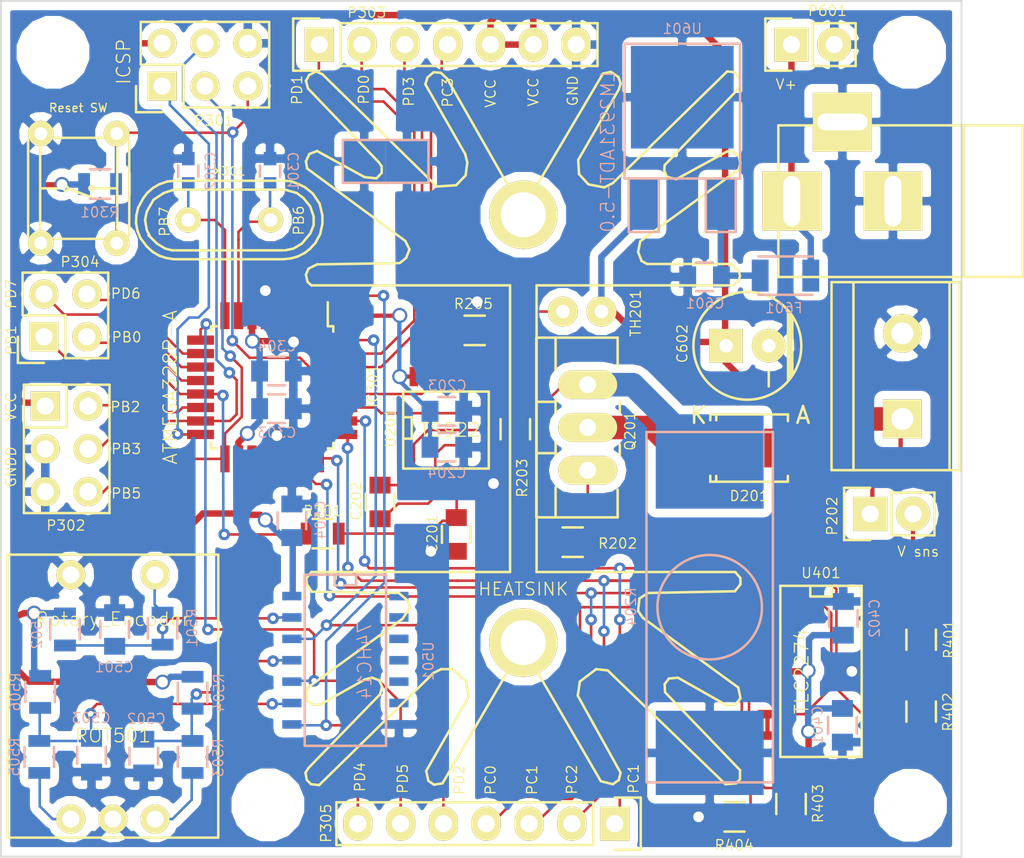
<source format=kicad_pcb>
(kicad_pcb (version 4) (host pcbnew "(2015-01-16 BZR 5376)-product")
  (layers (0 F.Cu signal) (31 B.Cu signal) (34 B.Paste user) (35 F.Paste user) (36 B.SilkS user) (37 F.SilkS user) (38 B.Mask user) (39 F.Mask user) (44 Edge.Cuts user))
  (net 0 "")
  (net 1 "Net-(C201-Pad1)")
  (net 2 GND)
  (net 3 "Net-(C202-Pad1)")
  (net 4 "Net-(C202-Pad2)")
  (net 5 GNDD)
  (net 6 VCC)
  (net 7 "Net-(C501-Pad1)")
  (net 8 "Net-(C601-Pad1)")
  (net 9 /uController/LAT)
  (net 10 /uController/DAT)
  (net 11 /uController/CLK)
  (net 12 "/Current Sink/BATT_V")
  (net 13 "/Current Sink/I_SNS")
  (net 14 "/Current Sink/V_SET")
  (net 15 "Net-(R401-Pad2)")
  (net 16 "Net-(R402-Pad2)")
  (net 17 "Net-(R403-Pad2)")
  (net 18 /uController/PB6)
  (net 19 /uController/PB7)
  (net 20 /uController/PC6)
  (net 21 /uController/PD0)
  (net 22 /uController/PD1)
  (net 23 "/Encoder Interface/ENC_A")
  (net 24 "/Encoder Interface/ENC_B")
  (net 25 /uController/PD6)
  (net 26 /uController/PD7)
  (net 27 /uController/AREF)
  (net 28 "/Input Voltage Range Switch/V_SNS1")
  (net 29 "/Input Voltage Range Switch/V_SNS2")
  (net 30 "/Input Voltage Range Switch/V_SNS3")
  (net 31 "/Input Voltage Range Switch/V_SNS4")
  (net 32 "/Encoder Interface/ENC_SW")
  (net 33 "Net-(Q201-PadG)")
  (net 34 "/Current Sink/ENABLE")
  (net 35 "Net-(D201-Pad1)")
  (net 36 "Net-(D201-Pad2)")
  (net 37 /uController/MISO)
  (net 38 "Net-(C502-Pad1)")
  (net 39 "Net-(C503-Pad1)")
  (net 40 "Net-(U501-Pad1)")
  (net 41 "Net-(U501-Pad2)")
  (net 42 "Net-(U501-Pad3)")
  (net 43 "Net-(U501-Pad4)")
  (net 44 "Net-(U501-Pad5)")
  (net 45 "Net-(U501-Pad6)")
  (net 46 /uController/PB0)
  (net 47 /uController/ADC6)
  (net 48 /uController/ADC7)
  (net 49 "/Current Sink/AUX")
  (net 50 "Net-(R501-Pad2)")
  (net 51 "Net-(R503-Pad2)")
  (net 52 "Net-(R505-Pad1)")
  (net 53 "Net-(R205-Pad2)")
  (net 54 "/Voltage Regulator/Vs")
  (module Transistors_TO-220:TO-220_FET-GDS_Vertical_LargePads (layer F.Cu) (at 202.819 74.93 90)
    (fp_text reference Q201 (at -0.2032 2.5146 90) (layer F.SilkS) (effects (font (size 0.6 0.6) (thickness 0.075))))
    (fp_text value BUK9575 hide)
    (pad D thru_hole oval (at 0 0 180) (size 3.50012 1.69926) (drill 1.00076) (layers *.Cu *.Mask F.SilkS) (net 36 "Net-(D201-Pad2)"))
    (pad G thru_hole oval (at -2.54 0 180) (size 3.50012 1.69926) (drill 1.00076) (layers *.Cu *.Mask F.SilkS) (net 33 "Net-(Q201-PadG)"))
    (pad S thru_hole oval (at 2.54 0 180) (size 3.50012 1.69926) (drill 1.00076) (layers *.Cu *.Mask F.SilkS) (net 13 "/Current Sink/I_SNS"))
  )
  (module Capacitors_SMD:C_0805 (layer F.Cu) (at 195.0212 81.28 270)
    (fp_text reference C201 (at -0.0254 1.4224 270) (layer F.SilkS) (effects (font (size 0.6 0.6) (thickness 0.075))))
    (fp_text value 1u hide)
    (pad 1 smd rect (at -1 0 270) (size 1 1.25) (layers F.Cu F.Paste F.Mask) (net 1 "Net-(C201-Pad1)"))
    (pad 2 smd rect (at 1 0 270) (size 1 1.25) (layers F.Cu F.Paste F.Mask) (net 5 GNDD))
  )
  (module Capacitors_SMD:C_0805 (layer F.Cu) (at 190.5 79.3496 270)
    (fp_text reference C202 (at -0.0508 1.4224 270) (layer F.SilkS) (effects (font (size 0.6 0.6) (thickness 0.075))))
    (fp_text value 1u hide)
    (pad 1 smd rect (at -1 0 270) (size 1 1.25) (layers F.Cu F.Paste F.Mask) (net 3 "Net-(C202-Pad1)"))
    (pad 2 smd rect (at 1 0 270) (size 1 1.25) (layers F.Cu F.Paste F.Mask) (net 4 "Net-(C202-Pad2)"))
  )
  (module Capacitors_SMD:C_0805 (layer B.Cu) (at 194.4624 73.9648)
    (fp_text reference C203 (at 0.0254 -1.524) (layer B.SilkS) (effects (font (size 0.6 0.6) (thickness 0.075)) (justify mirror)))
    (fp_text value 1u hide)
    (pad 1 smd rect (at -1 0) (size 1 1.25) (layers B.Cu B.Paste B.Mask) (net 34 "/Current Sink/ENABLE"))
    (pad 2 smd rect (at 1 0) (size 1 1.25) (layers B.Cu B.Paste B.Mask) (net 2 GND))
  )
  (module Capacitors_SMD:C_0805 (layer B.Cu) (at 194.4624 76.0984)
    (fp_text reference C204 (at 0 1.524) (layer B.SilkS) (effects (font (size 0.6 0.6) (thickness 0.075)) (justify mirror)))
    (fp_text value 0.1u hide)
    (pad 1 smd rect (at -1 0) (size 1 1.25) (layers B.Cu B.Paste B.Mask) (net 34 "/Current Sink/ENABLE"))
    (pad 2 smd rect (at 1 0) (size 1 1.25) (layers B.Cu B.Paste B.Mask) (net 2 GND))
  )
  (module Capacitors_SMD:C_0603 (layer B.Cu) (at 183.9722 59.7154 90)
    (fp_text reference C301 (at 0 1.397 90) (layer B.SilkS) (effects (font (size 0.6 0.6) (thickness 0.075)) (justify mirror)))
    (fp_text value 18p hide)
    (pad 1 smd rect (at -0.75 0 90) (size 0.8 0.75) (layers B.Cu B.Paste B.Mask) (net 18 /uController/PB6))
    (pad 2 smd rect (at 0.75 0 90) (size 0.8 0.75) (layers B.Cu B.Paste B.Mask) (net 5 GNDD))
  )
  (module Capacitors_SMD:C_0603 (layer B.Cu) (at 179.1208 59.7154 90)
    (fp_text reference C302 (at 0 1.3208 90) (layer B.SilkS) (effects (font (size 0.6 0.6) (thickness 0.075)) (justify mirror)))
    (fp_text value 18p hide)
    (pad 1 smd rect (at -0.75 0 90) (size 0.8 0.75) (layers B.Cu B.Paste B.Mask) (net 19 /uController/PB7))
    (pad 2 smd rect (at 0.75 0 90) (size 0.8 0.75) (layers B.Cu B.Paste B.Mask) (net 5 GNDD))
  )
  (module Capacitors_SMD:C_0805 (layer B.Cu) (at 184.3532 73.8124)
    (fp_text reference C303 (at 0.0254 1.4224) (layer B.SilkS) (effects (font (size 0.6 0.6) (thickness 0.075)) (justify mirror)))
    (fp_text value 0.1u hide)
    (pad 1 smd rect (at -1 0) (size 1 1.25) (layers B.Cu B.Paste B.Mask) (net 6 VCC))
    (pad 2 smd rect (at 1 0) (size 1 1.25) (layers B.Cu B.Paste B.Mask) (net 5 GNDD))
  )
  (module Capacitors_SMD:C_0805 (layer B.Cu) (at 184.3532 71.5772)
    (fp_text reference C304 (at 0.0254 -1.4732) (layer B.SilkS) (effects (font (size 0.6 0.6) (thickness 0.075)) (justify mirror)))
    (fp_text value 0.01u hide)
    (pad 1 smd rect (at -1 0) (size 1 1.25) (layers B.Cu B.Paste B.Mask) (net 6 VCC))
    (pad 2 smd rect (at 1 0) (size 1 1.25) (layers B.Cu B.Paste B.Mask) (net 5 GNDD))
  )
  (module Capacitors_SMD:C_0805 (layer B.Cu) (at 217.932 92.6084 270)
    (fp_text reference C401 (at 0 1.4732 270) (layer B.SilkS) (effects (font (size 0.6 0.6) (thickness 0.075)) (justify mirror)))
    (fp_text value 0.1u hide)
    (pad 1 smd rect (at -1 0 270) (size 1 1.25) (layers B.Cu B.Paste B.Mask) (net 6 VCC))
    (pad 2 smd rect (at 1 0 270) (size 1 1.25) (layers B.Cu B.Paste B.Mask) (net 2 GND))
  )
  (module Capacitors_SMD:C_0805 (layer B.Cu) (at 217.9828 86.2584 90)
    (fp_text reference C402 (at 0 1.8542 90) (layer B.SilkS) (effects (font (size 0.6 0.6) (thickness 0.075)) (justify mirror)))
    (fp_text value 1u hide)
    (pad 1 smd rect (at -1 0 90) (size 1 1.25) (layers B.Cu B.Paste B.Mask) (net 6 VCC))
    (pad 2 smd rect (at 1 0 90) (size 1 1.25) (layers B.Cu B.Paste B.Mask) (net 2 GND))
  )
  (module Capacitors_SMD:C_0805 (layer B.Cu) (at 174.752 86.9188 90)
    (fp_text reference C501 (at -2.2352 -0.0254 180) (layer B.SilkS) (effects (font (size 0.6 0.6) (thickness 0.075)) (justify mirror)))
    (fp_text value 1u hide)
    (pad 1 smd rect (at -1 0 90) (size 1 1.25) (layers B.Cu B.Paste B.Mask) (net 7 "Net-(C501-Pad1)"))
    (pad 2 smd rect (at 1 0 90) (size 1 1.25) (layers B.Cu B.Paste B.Mask) (net 5 GNDD))
  )
  (module "battery logger:Terminal_Block_1x2_5.08mm" (layer F.Cu) (at 221.488 74.422 90)
    (fp_text reference P201 hide)
    (fp_text value CONN_01X02 hide)
    (pad 2 thru_hole circle (at 5.08 0 90) (size 2.3 2.3) (drill 1.3) (layers *.Cu *.Mask F.SilkS) (net 2 GND))
    (pad 1 thru_hole rect (at 0 0 90) (size 2.3 2.3) (drill 1.3) (layers *.Cu *.Mask F.SilkS) (net 35 "Net-(D201-Pad1)"))
  )
  (module Resistors_SMD:R_0805 (layer F.Cu) (at 187.0964 81.2292)
    (fp_text reference R201 (at 0 -1.3462) (layer F.SilkS) (effects (font (size 0.6 0.6) (thickness 0.075))))
    (fp_text value 10k hide)
    (pad 1 smd rect (at -0.95 0) (size 0.7 1.3) (layers F.Cu F.Paste F.Mask) (net 14 "/Current Sink/V_SET"))
    (pad 2 smd rect (at 0.95 0) (size 0.7 1.3) (layers F.Cu F.Paste F.Mask) (net 1 "Net-(C201-Pad1)"))
  )
  (module Resistors_SMD:R_0805 (layer F.Cu) (at 201.93 81.7372 180)
    (fp_text reference R202 (at -2.667 -0.0762 180) (layer F.SilkS) (effects (font (size 0.6 0.6) (thickness 0.075))))
    (fp_text value 100R hide)
    (pad 1 smd rect (at -0.95 0 180) (size 0.7 1.3) (layers F.Cu F.Paste F.Mask) (net 33 "Net-(Q201-PadG)"))
    (pad 2 smd rect (at 0.95 0 180) (size 0.7 1.3) (layers F.Cu F.Paste F.Mask) (net 3 "Net-(C202-Pad1)"))
  )
  (module Resistors_SMD:R_0805 (layer F.Cu) (at 198.5264 75.0316 270)
    (fp_text reference R203 (at 2.8956 -0.4064 270) (layer F.SilkS) (effects (font (size 0.6 0.6) (thickness 0.075))))
    (fp_text value 10k hide)
    (pad 1 smd rect (at -0.95 0 270) (size 0.7 1.3) (layers F.Cu F.Paste F.Mask) (net 13 "/Current Sink/I_SNS"))
    (pad 2 smd rect (at 0.95 0 270) (size 0.7 1.3) (layers F.Cu F.Paste F.Mask) (net 4 "Net-(C202-Pad2)"))
  )
  (module Resistors_SMD:R_0805 (layer B.Cu) (at 173.8884 60.4774)
    (fp_text reference R301 (at -0.0254 1.6764) (layer B.SilkS) (effects (font (size 0.6 0.6) (thickness 0.075)) (justify mirror)))
    (fp_text value 10k hide)
    (pad 1 smd rect (at -0.95 0) (size 0.7 1.3) (layers B.Cu B.Paste B.Mask) (net 6 VCC))
    (pad 2 smd rect (at 0.95 0) (size 0.7 1.3) (layers B.Cu B.Paste B.Mask) (net 20 /uController/PC6))
  )
  (module Resistors_SMD:R_0805 (layer F.Cu) (at 222.6056 87.5284 270)
    (fp_text reference R401 (at -0.0254 -1.651 270) (layer F.SilkS) (effects (font (size 0.6 0.6) (thickness 0.075))))
    (fp_text value 10k hide)
    (pad 1 smd rect (at -0.95 0 270) (size 0.7 1.3) (layers F.Cu F.Paste F.Mask) (net 12 "/Current Sink/BATT_V"))
    (pad 2 smd rect (at 0.95 0 270) (size 0.7 1.3) (layers F.Cu F.Paste F.Mask) (net 15 "Net-(R401-Pad2)"))
  )
  (module Resistors_SMD:R_0805 (layer F.Cu) (at 222.6056 91.7956 270)
    (fp_text reference R402 (at 0.0254 -1.6002 270) (layer F.SilkS) (effects (font (size 0.6 0.6) (thickness 0.075))))
    (fp_text value 3.3k hide)
    (pad 1 smd rect (at -0.95 0 270) (size 0.7 1.3) (layers F.Cu F.Paste F.Mask) (net 15 "Net-(R401-Pad2)"))
    (pad 2 smd rect (at 0.95 0 270) (size 0.7 1.3) (layers F.Cu F.Paste F.Mask) (net 16 "Net-(R402-Pad2)"))
  )
  (module Resistors_SMD:R_0805 (layer F.Cu) (at 214.884 97.282 270)
    (fp_text reference R403 (at -0.0254 -1.6002 270) (layer F.SilkS) (effects (font (size 0.6 0.6) (thickness 0.075))))
    (fp_text value 3.3k hide)
    (pad 1 smd rect (at -0.95 0 270) (size 0.7 1.3) (layers F.Cu F.Paste F.Mask) (net 16 "Net-(R402-Pad2)"))
    (pad 2 smd rect (at 0.95 0 270) (size 0.7 1.3) (layers F.Cu F.Paste F.Mask) (net 17 "Net-(R403-Pad2)"))
  )
  (module Resistors_SMD:R_0805 (layer F.Cu) (at 211.5312 98.044 180)
    (fp_text reference R404 (at 0.0254 -1.6764 180) (layer F.SilkS) (effects (font (size 0.6 0.6) (thickness 0.075))))
    (fp_text value 3.3k hide)
    (pad 1 smd rect (at -0.95 0 180) (size 0.7 1.3) (layers F.Cu F.Paste F.Mask) (net 17 "Net-(R403-Pad2)"))
    (pad 2 smd rect (at 0.95 0 180) (size 0.7 1.3) (layers F.Cu F.Paste F.Mask) (net 2 GND))
  )
  (module "battery logger:B3F-10XX" (layer F.Cu) (at 172.6184 60.7314 270)
    (fp_text reference SW301 hide)
    (fp_text value "Reset SW" (at -4.7752 0.0254 360) (layer F.SilkS) (effects (font (size 0.5 0.5) (thickness 0.075))))
    (pad 1 thru_hole circle (at -3.25 -2.25 270) (size 1.524 1.524) (drill 0.762) (layers *.Cu *.Mask F.SilkS) (net 20 /uController/PC6))
    (pad 4 thru_hole circle (at 3.25 -2.25 270) (size 1.524 1.524) (drill 0.762) (layers *.Cu *.Mask F.SilkS) (net 20 /uController/PC6))
    (pad 3 thru_hole circle (at 3.25 2.25 270) (size 1.524 1.524) (drill 0.762) (layers *.Cu *.Mask F.SilkS) (net 5 GNDD))
    (pad 2 thru_hole circle (at -3.25 2.25 270) (size 1.524 1.524) (drill 0.762) (layers *.Cu *.Mask F.SilkS) (net 5 GNDD))
  )
  (module SMD_Packages:SOIC-8-N (layer F.Cu) (at 194.4116 75.0824)
    (fp_text reference U201 (at -3.2766 -0.127 90) (layer F.SilkS) (effects (font (size 0.6 0.6) (thickness 0.075))))
    (fp_text value TS922 (at 0.254 0) (layer F.SilkS) (effects (font (size 0.8 0.8) (thickness 0.075))))
    (pad 8 smd rect (at -1.905 -3.175) (size 0.508 1.143) (layers F.Cu F.Paste F.Mask) (net 34 "/Current Sink/ENABLE"))
    (pad 7 smd rect (at -0.635 -3.175) (size 0.508 1.143) (layers F.Cu F.Paste F.Mask) (net 49 "/Current Sink/AUX"))
    (pad 6 smd rect (at 0.635 -3.175) (size 0.508 1.143) (layers F.Cu F.Paste F.Mask) (net 49 "/Current Sink/AUX"))
    (pad 5 smd rect (at 1.905 -3.175) (size 0.508 1.143) (layers F.Cu F.Paste F.Mask) (net 53 "Net-(R205-Pad2)"))
    (pad 4 smd rect (at 1.905 3.175) (size 0.508 1.143) (layers F.Cu F.Paste F.Mask) (net 2 GND))
    (pad 3 smd rect (at 0.635 3.175) (size 0.508 1.143) (layers F.Cu F.Paste F.Mask) (net 1 "Net-(C201-Pad1)"))
    (pad 2 smd rect (at -0.635 3.175) (size 0.508 1.143) (layers F.Cu F.Paste F.Mask) (net 4 "Net-(C202-Pad2)"))
    (pad 1 smd rect (at -1.905 3.175) (size 0.508 1.143) (layers F.Cu F.Paste F.Mask) (net 3 "Net-(C202-Pad1)"))
  )
  (module Crystals:Crystal_HC49-U_Vertical (layer F.Cu) (at 181.5592 62.611 180)
    (fp_text reference X301 (at 0 2.8956 180) (layer F.SilkS) (effects (font (size 0.5 0.5) (thickness 0.075))))
    (fp_text value "CRYSTAL 16MHZ" hide)
    (pad 1 thru_hole circle (at -2.44094 0 180) (size 1.50114 1.50114) (drill 0.8001) (layers *.Cu *.Mask F.SilkS) (net 18 /uController/PB6))
    (pad 2 thru_hole circle (at 2.44094 0 180) (size 1.50114 1.50114) (drill 0.8001) (layers *.Cu *.Mask F.SilkS) (net 19 /uController/PB7))
  )
  (module Pin_Headers:Pin_Header_Straight_2x03 (layer F.Cu) (at 171.9072 76.2 270)
    (fp_text reference P302 (at 4.5466 0.0508 360) (layer F.SilkS) (effects (font (size 0.6 0.6) (thickness 0.075))))
    (fp_text value CONN_02X03 hide)
    (pad 1 thru_hole rect (at -2.54 1.27 270) (size 1.7272 1.7272) (drill 1.016) (layers *.Cu *.Mask F.SilkS) (net 6 VCC))
    (pad 2 thru_hole oval (at -2.54 -1.27 270) (size 1.7272 1.7272) (drill 1.016) (layers *.Cu *.Mask F.SilkS) (net 9 /uController/LAT))
    (pad 3 thru_hole oval (at 0 1.27 270) (size 1.7272 1.7272) (drill 1.016) (layers *.Cu *.Mask F.SilkS) (net 5 GNDD))
    (pad 4 thru_hole oval (at 0 -1.27 270) (size 1.7272 1.7272) (drill 1.016) (layers *.Cu *.Mask F.SilkS) (net 10 /uController/DAT))
    (pad 5 thru_hole oval (at 2.54 1.27 270) (size 1.7272 1.7272) (drill 1.016) (layers *.Cu *.Mask F.SilkS) (net 5 GNDD))
    (pad 6 thru_hole oval (at 2.54 -1.27 270) (size 1.7272 1.7272) (drill 1.016) (layers *.Cu *.Mask F.SilkS) (net 11 /uController/CLK))
  )
  (module "battery logger:FA-TO220-64E" (layer F.Cu) (at 199 75 270)
    (fp_text reference HS201 hide)
    (fp_text value HEATSINK (at 9.525 0 360) (layer F.SilkS) (effects (font (size 0.762 0.762) (thickness 0.075))))
    (pad 1 thru_hole circle (at -12.7 0 270) (size 4.064 4.064) (drill 2.667) (layers *.Cu *.Mask F.SilkS))
    (pad 2 thru_hole circle (at 12.7 0 270) (size 4.064 4.064) (drill 2.667) (layers *.Cu *.Mask F.SilkS))
  )
  (module SMD_Packages:SOIC-14_N (layer F.Cu) (at 216.789 89.408 270)
    (fp_text reference U401 (at -5.842 0.127 360) (layer F.SilkS) (effects (font (size 0.6 0.6) (thickness 0.075))))
    (fp_text value TLC2274 (at 0 1.27 270) (layer F.SilkS) (effects (font (size 0.8 0.8) (thickness 0.075))))
    (pad 1 smd rect (at -3.81 3.302 270) (size 0.508 1.143) (layers F.Cu F.Paste F.Mask) (net 31 "/Input Voltage Range Switch/V_SNS4"))
    (pad 2 smd rect (at -2.54 3.302 270) (size 0.508 1.143) (layers F.Cu F.Paste F.Mask) (net 31 "/Input Voltage Range Switch/V_SNS4"))
    (pad 3 smd rect (at -1.27 3.302 270) (size 0.508 1.143) (layers F.Cu F.Paste F.Mask) (net 17 "Net-(R403-Pad2)"))
    (pad 4 smd rect (at 0 3.302 270) (size 0.508 1.143) (layers F.Cu F.Paste F.Mask) (net 6 VCC))
    (pad 5 smd rect (at 1.27 3.302 270) (size 0.508 1.143) (layers F.Cu F.Paste F.Mask) (net 16 "Net-(R402-Pad2)"))
    (pad 6 smd rect (at 2.54 3.302 270) (size 0.508 1.143) (layers F.Cu F.Paste F.Mask) (net 30 "/Input Voltage Range Switch/V_SNS3"))
    (pad 7 smd rect (at 3.81 3.302 270) (size 0.508 1.143) (layers F.Cu F.Paste F.Mask) (net 30 "/Input Voltage Range Switch/V_SNS3"))
    (pad 8 smd rect (at 3.81 -3.048 270) (size 0.508 1.143) (layers F.Cu F.Paste F.Mask) (net 29 "/Input Voltage Range Switch/V_SNS2"))
    (pad 9 smd rect (at 2.54 -3.048 270) (size 0.508 1.143) (layers F.Cu F.Paste F.Mask) (net 29 "/Input Voltage Range Switch/V_SNS2"))
    (pad 11 smd rect (at 0 -3.048 270) (size 0.508 1.143) (layers F.Cu F.Paste F.Mask) (net 2 GND))
    (pad 12 smd rect (at -1.27 -3.048 270) (size 0.508 1.143) (layers F.Cu F.Paste F.Mask) (net 12 "/Current Sink/BATT_V"))
    (pad 13 smd rect (at -2.54 -3.048 270) (size 0.508 1.143) (layers F.Cu F.Paste F.Mask) (net 28 "/Input Voltage Range Switch/V_SNS1"))
    (pad 14 smd rect (at -3.81 -3.048 270) (size 0.508 1.143) (layers F.Cu F.Paste F.Mask) (net 28 "/Input Voltage Range Switch/V_SNS1"))
    (pad 10 smd rect (at 1.27 -3.048 270) (size 0.508 1.143) (layers F.Cu F.Paste F.Mask) (net 15 "Net-(R401-Pad2)"))
  )
  (module Diodes_SMD:Diode-SMB_Standard (layer F.Cu) (at 212.3948 76.1492 180)
    (fp_text reference D201 (at 0 -2.8448 180) (layer F.SilkS) (effects (font (size 0.6 0.6) (thickness 0.075))))
    (fp_text value DIODESCH hide)
    (fp_text user A (at -3.2004 1.95072 180) (layer F.SilkS))
    (fp_text user K (at 2.99974 1.95072 180) (layer F.SilkS))
    (pad 1 smd rect (at -2.14884 0 180) (size 2.49936 2.30124) (layers F.Cu F.Paste F.Mask) (net 35 "Net-(D201-Pad1)"))
    (pad 2 smd rect (at 2.14884 0 180) (size 2.49936 2.30124) (layers F.Cu F.Paste F.Mask) (net 36 "Net-(D201-Pad2)"))
  )
  (module "battery logger:8035_J-Lead" (layer B.Cu) (at 210.058 85.598 270)
    (fp_text reference R204 (at -0.0254 4.6736 270) (layer B.SilkS) (effects (font (size 0.6 0.6) (thickness 0.075)) (justify mirror)))
    (fp_text value 1R hide)
    (pad 1 smd rect (at -8.65 0 270) (size 5.6 6.4) (layers B.Cu B.Paste B.Mask) (net 13 "/Current Sink/I_SNS"))
    (pad 2 smd rect (at 8.65 0 270) (size 5 6.4) (layers B.Cu B.Paste B.Mask) (net 2 GND))
  )
  (module Capacitors_SMD:C_0805 (layer B.Cu) (at 173.3804 94.3864 270)
    (fp_text reference C503 (at -2.2098 0.0254 360) (layer B.SilkS) (effects (font (size 0.6 0.6) (thickness 0.075)) (justify mirror)))
    (fp_text value 0.01u hide)
    (pad 1 smd rect (at -1 0 270) (size 1 1.25) (layers B.Cu B.Paste B.Mask) (net 39 "Net-(C503-Pad1)"))
    (pad 2 smd rect (at 1 0 270) (size 1 1.25) (layers B.Cu B.Paste B.Mask) (net 5 GNDD))
  )
  (module Capacitors_SMD:C_0805 (layer B.Cu) (at 185.2676 80.4672 90)
    (fp_text reference C504 (at 0.0508 1.7018 90) (layer B.SilkS) (effects (font (size 0.6 0.6) (thickness 0.075)) (justify mirror)))
    (fp_text value 0.1u hide)
    (pad 1 smd rect (at -1 0 90) (size 1 1.25) (layers B.Cu B.Paste B.Mask) (net 6 VCC))
    (pad 2 smd rect (at 1 0 90) (size 1 1.25) (layers B.Cu B.Paste B.Mask) (net 5 GNDD))
  )
  (module Connect:BARREL_JACK (layer F.Cu) (at 221.1324 61.4934 180)
    (fp_text reference CON601 hide)
    (fp_text value BARREL_JACK hide)
    (pad 1 thru_hole rect (at 6.20014 0 180) (size 3.50012 3.50012) (drill oval 1.00076 2.99974) (layers *.Cu *.Mask F.SilkS) (net 54 "/Voltage Regulator/Vs"))
    (pad 2 thru_hole rect (at 0.20066 0 180) (size 3.50012 3.50012) (drill oval 1.00076 2.99974) (layers *.Cu *.Mask F.SilkS) (net 2 GND))
    (pad 3 thru_hole rect (at 3.2004 4.699 180) (size 3.50012 3.50012) (drill oval 2.99974 1.00076) (layers *.Cu *.Mask F.SilkS) (net 2 GND))
  )
  (module Pin_Headers:Pin_Header_Straight_2x03 (layer F.Cu) (at 177.5714 54.6608 90)
    (fp_text reference P301 (at -2.0574 3.0734 180) (layer F.SilkS) (effects (font (size 0.6 0.6) (thickness 0.075))))
    (fp_text value CONN_02X03 hide)
    (pad 1 thru_hole rect (at 0 0 90) (size 1.7272 1.7272) (drill 1.016) (layers *.Cu *.Mask F.SilkS) (net 37 /uController/MISO))
    (pad 2 thru_hole oval (at 2.54 0 90) (size 1.7272 1.7272) (drill 1.016) (layers *.Cu *.Mask F.SilkS) (net 6 VCC))
    (pad 3 thru_hole oval (at 0 2.54 90) (size 1.7272 1.7272) (drill 1.016) (layers *.Cu *.Mask F.SilkS) (net 11 /uController/CLK))
    (pad 4 thru_hole oval (at 2.54 2.54 90) (size 1.7272 1.7272) (drill 1.016) (layers *.Cu *.Mask F.SilkS) (net 10 /uController/DAT))
    (pad 5 thru_hole oval (at 0 5.08 90) (size 1.7272 1.7272) (drill 1.016) (layers *.Cu *.Mask F.SilkS) (net 20 /uController/PC6))
    (pad 6 thru_hole oval (at 2.54 5.08 90) (size 1.7272 1.7272) (drill 1.016) (layers *.Cu *.Mask F.SilkS) (net 5 GNDD))
  )
  (module Resistors_SMD:R_0805 (layer B.Cu) (at 177.5968 86.868 90)
    (fp_text reference R501 (at 0.0508 1.7526 90) (layer B.SilkS) (effects (font (size 0.6 0.6) (thickness 0.075)) (justify mirror)))
    (fp_text value 10k hide)
    (pad 1 smd rect (at -0.95 0 90) (size 0.7 1.3) (layers B.Cu B.Paste B.Mask) (net 7 "Net-(C501-Pad1)"))
    (pad 2 smd rect (at 0.95 0 90) (size 0.7 1.3) (layers B.Cu B.Paste B.Mask) (net 50 "Net-(R501-Pad2)"))
  )
  (module Resistors_SMD:R_0805 (layer B.Cu) (at 171.8056 86.9188 270)
    (fp_text reference R502 (at 0.0254 1.6764 270) (layer B.SilkS) (effects (font (size 0.6 0.6) (thickness 0.075)) (justify mirror)))
    (fp_text value 10k hide)
    (pad 1 smd rect (at -0.95 0 270) (size 0.7 1.3) (layers B.Cu B.Paste B.Mask) (net 6 VCC))
    (pad 2 smd rect (at 0.95 0 270) (size 0.7 1.3) (layers B.Cu B.Paste B.Mask) (net 7 "Net-(C501-Pad1)"))
  )
  (module Resistors_SMD:R_0805 (layer B.Cu) (at 179.3748 94.488 270)
    (fp_text reference R503 (at 0.0508 -1.524 270) (layer B.SilkS) (effects (font (size 0.6 0.6) (thickness 0.075)) (justify mirror)))
    (fp_text value 10k hide)
    (pad 1 smd rect (at -0.95 0 270) (size 0.7 1.3) (layers B.Cu B.Paste B.Mask) (net 38 "Net-(C502-Pad1)"))
    (pad 2 smd rect (at 0.95 0 270) (size 0.7 1.3) (layers B.Cu B.Paste B.Mask) (net 51 "Net-(R503-Pad2)"))
  )
  (module Resistors_SMD:R_0805 (layer B.Cu) (at 179.3748 90.678 270)
    (fp_text reference R504 (at 0 -1.5748 270) (layer B.SilkS) (effects (font (size 0.6 0.6) (thickness 0.075)) (justify mirror)))
    (fp_text value 10k hide)
    (pad 1 smd rect (at -0.95 0 270) (size 0.7 1.3) (layers B.Cu B.Paste B.Mask) (net 6 VCC))
    (pad 2 smd rect (at 0.95 0 270) (size 0.7 1.3) (layers B.Cu B.Paste B.Mask) (net 38 "Net-(C502-Pad1)"))
  )
  (module Resistors_SMD:R_0805 (layer B.Cu) (at 170.2816 94.488 90)
    (fp_text reference R505 (at 0 -1.4732 90) (layer B.SilkS) (effects (font (size 0.6 0.6) (thickness 0.075)) (justify mirror)))
    (fp_text value 10k hide)
    (pad 1 smd rect (at -0.95 0 90) (size 0.7 1.3) (layers B.Cu B.Paste B.Mask) (net 52 "Net-(R505-Pad1)"))
    (pad 2 smd rect (at 0.95 0 90) (size 0.7 1.3) (layers B.Cu B.Paste B.Mask) (net 39 "Net-(C503-Pad1)"))
  )
  (module Resistors_SMD:R_0805 (layer B.Cu) (at 170.3324 90.6272 270)
    (fp_text reference R506 (at 0 1.4732 270) (layer B.SilkS) (effects (font (size 0.6 0.6) (thickness 0.075)) (justify mirror)))
    (fp_text value 10k hide)
    (pad 1 smd rect (at -0.95 0 270) (size 0.7 1.3) (layers B.Cu B.Paste B.Mask) (net 6 VCC))
    (pad 2 smd rect (at 0.95 0 270) (size 0.7 1.3) (layers B.Cu B.Paste B.Mask) (net 39 "Net-(C503-Pad1)"))
  )
  (module "battery logger:PEC11R" (layer F.Cu) (at 174.6504 90.678)
    (fp_text reference ROT501 (at 0 2.54) (layer F.SilkS) (effects (font (size 0.8 0.8) (thickness 0.075))))
    (fp_text value Rotary_Encoder (at -0.0254 -4.3688) (layer F.SilkS) (effects (font (size 0.8 0.8) (thickness 0.07))))
    (pad 3 thru_hole circle (at -2.5 7.5) (size 1.724 1.724) (drill 1) (layers *.Cu *.Mask F.SilkS) (net 52 "Net-(R505-Pad1)"))
    (pad 4 thru_hole circle (at 0 7.5) (size 1.724 1.724) (drill 1) (layers *.Cu *.Mask F.SilkS) (net 5 GNDD))
    (pad 5 thru_hole circle (at 2.5 7.5) (size 1.724 1.724) (drill 1) (layers *.Cu *.Mask F.SilkS) (net 51 "Net-(R503-Pad2)"))
    (pad 1 thru_hole circle (at -2.5 -7) (size 1.724 1.724) (drill 1) (layers *.Cu *.Mask F.SilkS) (net 5 GNDD))
    (pad 2 thru_hole circle (at 2.5 -7) (size 1.724 1.724) (drill 1) (layers *.Cu *.Mask F.SilkS) (net 50 "Net-(R501-Pad2)"))
  )
  (module Capacitors_SMD:C_0805 (layer B.Cu) (at 209.7532 65.9892 180)
    (fp_text reference C601 (at -0.0254 -1.5748 180) (layer B.SilkS) (effects (font (size 0.6 0.6) (thickness 0.075)) (justify mirror)))
    (fp_text value 0.1u hide)
    (pad 1 smd rect (at -1 0 180) (size 1 1.25) (layers B.Cu B.Paste B.Mask) (net 8 "Net-(C601-Pad1)"))
    (pad 2 smd rect (at 1 0 180) (size 1 1.25) (layers B.Cu B.Paste B.Mask) (net 2 GND))
  )
  (module Capacitors_SMD:C_0805 (layer B.Cu) (at 176.4792 94.4372 270)
    (fp_text reference C502 (at -2.2098 -0.1524 360) (layer B.SilkS) (effects (font (size 0.6 0.6) (thickness 0.075)) (justify mirror)))
    (fp_text value 0.01u hide)
    (pad 1 smd rect (at -1 0 270) (size 1 1.25) (layers B.Cu B.Paste B.Mask) (net 38 "Net-(C502-Pad1)"))
    (pad 2 smd rect (at 1 0 270) (size 1 1.25) (layers B.Cu B.Paste B.Mask) (net 5 GNDD))
  )
  (module "battery logger:Capacitor6.4x6RM2.5" (layer F.Cu) (at 212.2932 70.0786 270)
    (fp_text reference C602 (at -0.127 3.8608 270) (layer F.SilkS) (effects (font (size 0.6 0.6) (thickness 0.075))))
    (fp_text value 100u hide)
    (pad 1 thru_hole rect (at 0 1.27 270) (size 1.99898 1.99898) (drill 0.8001) (layers *.Cu *.Mask F.SilkS) (net 6 VCC))
    (pad 2 thru_hole circle (at 0 -1.27 270) (size 1.99898 1.99898) (drill 0.8001) (layers *.Cu *.Mask F.SilkS) (net 2 GND))
  )
  (module SMD_Packages:SOIC-14_N (layer B.Cu) (at 188.3156 88.7476 270)
    (fp_text reference U501 (at 0.0508 -5.0546 270) (layer B.SilkS) (effects (font (size 0.6 0.6) (thickness 0.075)) (justify mirror)))
    (fp_text value 74HC14 (at 0 -1.27 270) (layer B.SilkS) (effects (font (size 0.8 0.8) (thickness 0.075)) (justify mirror)))
    (pad 1 smd rect (at -3.81 -3.302 270) (size 0.508 1.143) (layers B.Cu B.Paste B.Mask) (net 40 "Net-(U501-Pad1)"))
    (pad 2 smd rect (at -2.54 -3.302 270) (size 0.508 1.143) (layers B.Cu B.Paste B.Mask) (net 41 "Net-(U501-Pad2)"))
    (pad 3 smd rect (at -1.27 -3.302 270) (size 0.508 1.143) (layers B.Cu B.Paste B.Mask) (net 42 "Net-(U501-Pad3)"))
    (pad 4 smd rect (at 0 -3.302 270) (size 0.508 1.143) (layers B.Cu B.Paste B.Mask) (net 43 "Net-(U501-Pad4)"))
    (pad 5 smd rect (at 1.27 -3.302 270) (size 0.508 1.143) (layers B.Cu B.Paste B.Mask) (net 44 "Net-(U501-Pad5)"))
    (pad 6 smd rect (at 2.54 -3.302 270) (size 0.508 1.143) (layers B.Cu B.Paste B.Mask) (net 45 "Net-(U501-Pad6)"))
    (pad 7 smd rect (at 3.81 -3.302 270) (size 0.508 1.143) (layers B.Cu B.Paste B.Mask) (net 5 GNDD))
    (pad 8 smd rect (at 3.81 3.048 270) (size 0.508 1.143) (layers B.Cu B.Paste B.Mask) (net 23 "/Encoder Interface/ENC_A"))
    (pad 9 smd rect (at 2.54 3.048 270) (size 0.508 1.143) (layers B.Cu B.Paste B.Mask) (net 39 "Net-(C503-Pad1)"))
    (pad 11 smd rect (at 0 3.048 270) (size 0.508 1.143) (layers B.Cu B.Paste B.Mask) (net 38 "Net-(C502-Pad1)"))
    (pad 12 smd rect (at -1.27 3.048 270) (size 0.508 1.143) (layers B.Cu B.Paste B.Mask) (net 32 "/Encoder Interface/ENC_SW"))
    (pad 13 smd rect (at -2.54 3.048 270) (size 0.508 1.143) (layers B.Cu B.Paste B.Mask) (net 7 "Net-(C501-Pad1)"))
    (pad 14 smd rect (at -3.81 3.048 270) (size 0.508 1.143) (layers B.Cu B.Paste B.Mask) (net 6 VCC))
    (pad 10 smd rect (at 1.27 3.048 270) (size 0.508 1.143) (layers B.Cu B.Paste B.Mask) (net 24 "/Encoder Interface/ENC_B"))
  )
  (module SMD_Packages:DPAK-2 (layer B.Cu) (at 208.4324 61.6712 180)
    (fp_text reference U601 (at 0 10.414 180) (layer B.SilkS) (effects (font (size 0.6 0.6) (thickness 0.075)) (justify mirror)))
    (fp_text value LM2931ADT-5.0 (at 4.4196 3.0988 270) (layer B.SilkS) (effects (font (size 0.8 0.8) (thickness 0.075)) (justify mirror)))
    (pad 1 smd rect (at -2.286 0 180) (size 1.651 3.048) (layers B.Cu B.Paste B.Mask) (net 8 "Net-(C601-Pad1)"))
    (pad 2 smd rect (at 0 6.35 180) (size 6.096 6.096) (layers B.Cu B.Paste B.Mask) (net 2 GND))
    (pad 3 smd rect (at 2.286 0 180) (size 1.651 3.048) (layers B.Cu B.Paste B.Mask) (net 6 VCC))
  )
  (module Housings_QFP:TQFP-32_7x7mm_Pitch0.8mm (layer F.Cu) (at 184.0992 72.5424 270)
    (fp_text reference IC301 (at -0.0762 -5.969 270) (layer F.SilkS) (effects (font (size 0.6 0.6) (thickness 0.075))))
    (fp_text value ATMEGA328P-A (at 0 6.05 270) (layer F.SilkS) (effects (font (size 0.8 0.8) (thickness 0.075))))
    (pad 1 smd rect (at -4.25 -2.8 270) (size 1.6 0.55) (layers F.Cu F.Paste F.Mask) (net 34 "/Current Sink/ENABLE"))
    (pad 2 smd rect (at -4.25 -2 270) (size 1.6 0.55) (layers F.Cu F.Paste F.Mask) (net 23 "/Encoder Interface/ENC_A"))
    (pad 3 smd rect (at -4.25 -1.2 270) (size 1.6 0.55) (layers F.Cu F.Paste F.Mask) (net 5 GNDD))
    (pad 4 smd rect (at -4.25 -0.4 270) (size 1.6 0.55) (layers F.Cu F.Paste F.Mask) (net 6 VCC))
    (pad 5 smd rect (at -4.25 0.4 270) (size 1.6 0.55) (layers F.Cu F.Paste F.Mask) (net 5 GNDD))
    (pad 6 smd rect (at -4.25 1.2 270) (size 1.6 0.55) (layers F.Cu F.Paste F.Mask) (net 6 VCC))
    (pad 7 smd rect (at -4.25 2 270) (size 1.6 0.55) (layers F.Cu F.Paste F.Mask) (net 18 /uController/PB6))
    (pad 8 smd rect (at -4.25 2.8 270) (size 1.6 0.55) (layers F.Cu F.Paste F.Mask) (net 19 /uController/PB7))
    (pad 9 smd rect (at -2.8 4.25) (size 1.6 0.55) (layers F.Cu F.Paste F.Mask) (net 24 "/Encoder Interface/ENC_B"))
    (pad 10 smd rect (at -2 4.25) (size 1.6 0.55) (layers F.Cu F.Paste F.Mask) (net 25 /uController/PD6))
    (pad 11 smd rect (at -1.2 4.25) (size 1.6 0.55) (layers F.Cu F.Paste F.Mask) (net 26 /uController/PD7))
    (pad 12 smd rect (at -0.4 4.25) (size 1.6 0.55) (layers F.Cu F.Paste F.Mask) (net 46 /uController/PB0))
    (pad 13 smd rect (at 0.4 4.25) (size 1.6 0.55) (layers F.Cu F.Paste F.Mask) (net 14 "/Current Sink/V_SET"))
    (pad 14 smd rect (at 1.2 4.25) (size 1.6 0.55) (layers F.Cu F.Paste F.Mask) (net 9 /uController/LAT))
    (pad 15 smd rect (at 2 4.25) (size 1.6 0.55) (layers F.Cu F.Paste F.Mask) (net 10 /uController/DAT))
    (pad 16 smd rect (at 2.8 4.25) (size 1.6 0.55) (layers F.Cu F.Paste F.Mask) (net 37 /uController/MISO))
    (pad 17 smd rect (at 4.25 2.8 270) (size 1.6 0.55) (layers F.Cu F.Paste F.Mask) (net 11 /uController/CLK))
    (pad 18 smd rect (at 4.25 2 270) (size 1.6 0.55) (layers F.Cu F.Paste F.Mask) (net 6 VCC))
    (pad 19 smd rect (at 4.25 1.2 270) (size 1.6 0.55) (layers F.Cu F.Paste F.Mask) (net 47 /uController/ADC6))
    (pad 20 smd rect (at 4.25 0.4 270) (size 1.6 0.55) (layers F.Cu F.Paste F.Mask) (net 27 /uController/AREF))
    (pad 21 smd rect (at 4.25 -0.4 270) (size 1.6 0.55) (layers F.Cu F.Paste F.Mask) (net 5 GNDD))
    (pad 22 smd rect (at 4.25 -1.2 270) (size 1.6 0.55) (layers F.Cu F.Paste F.Mask) (net 48 /uController/ADC7))
    (pad 23 smd rect (at 4.25 -2 270) (size 1.6 0.55) (layers F.Cu F.Paste F.Mask) (net 31 "/Input Voltage Range Switch/V_SNS4"))
    (pad 24 smd rect (at 4.25 -2.8 270) (size 1.6 0.55) (layers F.Cu F.Paste F.Mask) (net 30 "/Input Voltage Range Switch/V_SNS3"))
    (pad 25 smd rect (at 2.8 -4.25) (size 1.6 0.55) (layers F.Cu F.Paste F.Mask) (net 29 "/Input Voltage Range Switch/V_SNS2"))
    (pad 26 smd rect (at 2 -4.25) (size 1.6 0.55) (layers F.Cu F.Paste F.Mask) (net 28 "/Input Voltage Range Switch/V_SNS1"))
    (pad 27 smd rect (at 1.2 -4.25) (size 1.6 0.55) (layers F.Cu F.Paste F.Mask) (net 13 "/Current Sink/I_SNS"))
    (pad 28 smd rect (at 0.4 -4.25) (size 1.6 0.55) (layers F.Cu F.Paste F.Mask) (net 49 "/Current Sink/AUX"))
    (pad 29 smd rect (at -0.4 -4.25) (size 1.6 0.55) (layers F.Cu F.Paste F.Mask) (net 20 /uController/PC6))
    (pad 30 smd rect (at -1.2 -4.25) (size 1.6 0.55) (layers F.Cu F.Paste F.Mask) (net 21 /uController/PD0))
    (pad 31 smd rect (at -2 -4.25) (size 1.6 0.55) (layers F.Cu F.Paste F.Mask) (net 22 /uController/PD1))
    (pad 32 smd rect (at -2.8 -4.25) (size 1.6 0.55) (layers F.Cu F.Paste F.Mask) (net 32 "/Encoder Interface/ENC_SW"))
  )
  (module Pin_Headers:Pin_Header_Straight_2x02 (layer F.Cu) (at 170.561 69.5452 90)
    (fp_text reference P304 (at 4.445 2.1336 180) (layer F.SilkS) (effects (font (size 0.6 0.6) (thickness 0.075))))
    (fp_text value CONN_02X02 hide)
    (pad 1 thru_hole rect (at 0 0 90) (size 1.7272 1.7272) (drill 1.016) (layers *.Cu *.Mask F.SilkS) (net 14 "/Current Sink/V_SET"))
    (pad 2 thru_hole oval (at 2.54 0 90) (size 1.7272 1.7272) (drill 1.016) (layers *.Cu *.Mask F.SilkS) (net 26 /uController/PD7))
    (pad 3 thru_hole oval (at 0 2.54 90) (size 1.7272 1.7272) (drill 1.016) (layers *.Cu *.Mask F.SilkS) (net 46 /uController/PB0))
    (pad 4 thru_hole oval (at 2.54 2.54 90) (size 1.7272 1.7272) (drill 1.016) (layers *.Cu *.Mask F.SilkS) (net 25 /uController/PD6))
  )
  (module "battery logger:M3_screw_hole" (layer F.Cu) (at 221.9706 97.3582)
    (fp_text reference "M3 screw hole" hide)
    (fp_text value VAL** hide)
    (pad "" np_thru_hole circle (at 0 0) (size 3.3 3.3) (drill 3.3) (layers *.Cu *.Mask F.SilkS))
  )
  (module "battery logger:M3_screw_hole" (layer F.Cu) (at 183.8452 97.3328)
    (fp_text reference "M3 screw hole" hide)
    (fp_text value VAL** hide)
    (pad "" np_thru_hole circle (at 0 0) (size 3.3 3.3) (drill 3.3) (layers *.Cu *.Mask F.SilkS))
  )
  (module "battery logger:M3_screw_hole" (layer F.Cu) (at 171.0944 52.6542)
    (fp_text reference "M3 screw hole" hide)
    (fp_text value VAL** hide)
    (pad "" np_thru_hole circle (at 0 0) (size 3.3 3.3) (drill 3.3) (layers *.Cu *.Mask F.SilkS))
  )
  (module "battery logger:M3_screw_hole" (layer F.Cu) (at 221.9198 52.6542)
    (fp_text reference "M3 screw hole" hide)
    (fp_text value VAL** hide)
    (pad "" np_thru_hole circle (at 0 0) (size 3.3 3.3) (drill 3.3) (layers *.Cu *.Mask F.SilkS))
  )
  (module Pin_Headers:Pin_Header_Straight_1x07 (layer F.Cu) (at 204.4192 98.4504 270)
    (fp_text reference P305 (at -0.0254 17.1196 450) (layer F.SilkS) (effects (font (size 0.6 0.6) (thickness 0.075))))
    (fp_text value CONN_01X07 hide)
    (pad 1 thru_hole rect (at 0 0 270) (size 2.032 1.7272) (drill 1.016) (layers *.Cu *.Mask F.SilkS) (net 28 "/Input Voltage Range Switch/V_SNS1"))
    (pad 2 thru_hole oval (at 0 2.54 270) (size 2.032 1.7272) (drill 1.016) (layers *.Cu *.Mask F.SilkS) (net 29 "/Input Voltage Range Switch/V_SNS2"))
    (pad 3 thru_hole oval (at 0 5.08 270) (size 2.032 1.7272) (drill 1.016) (layers *.Cu *.Mask F.SilkS) (net 30 "/Input Voltage Range Switch/V_SNS3"))
    (pad 4 thru_hole oval (at 0 7.62 270) (size 2.032 1.7272) (drill 1.016) (layers *.Cu *.Mask F.SilkS) (net 31 "/Input Voltage Range Switch/V_SNS4"))
    (pad 5 thru_hole oval (at 0 10.16 270) (size 2.032 1.7272) (drill 1.016) (layers *.Cu *.Mask F.SilkS) (net 32 "/Encoder Interface/ENC_SW"))
    (pad 6 thru_hole oval (at 0 12.7 270) (size 2.032 1.7272) (drill 1.016) (layers *.Cu *.Mask F.SilkS) (net 24 "/Encoder Interface/ENC_B"))
    (pad 7 thru_hole oval (at 0 15.24 270) (size 2.032 1.7272) (drill 1.016) (layers *.Cu *.Mask F.SilkS) (net 23 "/Encoder Interface/ENC_A"))
  )
  (module "battery logger:Net_Tie2" (layer B.Cu) (at 190.8302 59.1312 180)
    (fp_text reference J601 hide)
    (fp_text value Net_Tie hide)
    (pad 1 smd rect (at -1.27 0 180) (size 2.54 2.54) (layers B.Cu B.Paste B.Mask) (net 2 GND))
    (pad 2 smd rect (at 1.27 0 180) (size 2.54 2.54) (layers B.Cu B.Paste B.Mask) (net 5 GNDD))
  )
  (module Resistors_SMD:R_0805 (layer F.Cu) (at 196.1134 69.1642)
    (fp_text reference R205 (at -0.0762 -1.5748) (layer F.SilkS) (effects (font (size 0.6 0.6) (thickness 0.075))))
    (fp_text value 10k hide)
    (pad 1 smd rect (at -0.95 0) (size 0.7 1.3) (layers F.Cu F.Paste F.Mask) (net 2 GND))
    (pad 2 smd rect (at 0.95 0) (size 0.7 1.3) (layers F.Cu F.Paste F.Mask) (net 53 "Net-(R205-Pad2)"))
  )
  (module "battery logger:SolderWirePad_2x_0-8mmDrill" (layer F.Cu) (at 202.4888 68.0466 180)
    (fp_text reference TH201 (at -3.175 -0.1016 270) (layer F.SilkS) (effects (font (size 0.6 0.6) (thickness 0.075))))
    (fp_text value THERMISTOR hide)
    (pad 1 thru_hole circle (at -1.143 0 180) (size 1.778 1.778) (drill 0.8001) (layers *.Cu *.Mask F.SilkS) (net 6 VCC))
    (pad 2 thru_hole circle (at 1.143 0 180) (size 1.778 1.778) (drill 0.8001) (layers *.Cu *.Mask F.SilkS) (net 53 "Net-(R205-Pad2)"))
  )
  (module Pin_Headers:Pin_Header_Straight_1x02 (layer F.Cu) (at 214.9094 52.197 90)
    (fp_text reference P601 (at 2.0066 2.1336 180) (layer F.SilkS) (effects (font (size 0.6 0.6) (thickness 0.075))))
    (fp_text value CONN_01X02 hide)
    (pad 1 thru_hole rect (at 0 0 90) (size 2.032 2.032) (drill 1.016) (layers *.Cu *.Mask F.SilkS) (net 54 "/Voltage Regulator/Vs"))
    (pad 2 thru_hole oval (at 0 2.54 90) (size 2.032 2.032) (drill 1.016) (layers *.Cu *.Mask F.SilkS) (net 2 GND))
  )
  (module "battery logger:PTC_1206" (layer B.Cu) (at 214.5538 65.913 180)
    (fp_text reference F601 (at 0.1016 -1.9304 180) (layer B.SilkS) (effects (font (size 0.6 0.6) (thickness 0.075)) (justify mirror)))
    (fp_text value FUSE hide)
    (pad 1 smd rect (at -1.5 0 180) (size 1 1.9) (layers B.Cu B.Paste B.Mask) (net 54 "/Voltage Regulator/Vs"))
    (pad 2 smd rect (at 1.5 0 180) (size 1 1.9) (layers B.Cu B.Paste B.Mask) (net 8 "Net-(C601-Pad1)"))
  )
  (module Pin_Headers:Pin_Header_Straight_1x02 (layer F.Cu) (at 219.583 80.0608 90)
    (fp_text reference P202 (at -0.127 -2.2606 270) (layer F.SilkS) (effects (font (size 0.6 0.6) (thickness 0.075))))
    (fp_text value CONN_01X02 hide)
    (pad 1 thru_hole rect (at 0 0 90) (size 2.032 2.032) (drill 1.016) (layers *.Cu *.Mask F.SilkS) (net 35 "Net-(D201-Pad1)"))
    (pad 2 thru_hole oval (at 0 2.54 90) (size 2.032 2.032) (drill 1.016) (layers *.Cu *.Mask F.SilkS) (net 12 "/Current Sink/BATT_V"))
  )
  (module Pin_Headers:Pin_Header_Straight_1x07 (layer F.Cu) (at 186.8932 52.197 90)
    (fp_text reference P303 (at 1.905 2.8194 180) (layer F.SilkS) (effects (font (size 0.6 0.6) (thickness 0.075))))
    (fp_text value CONN_01X07 hide)
    (pad 1 thru_hole rect (at 0 0 90) (size 2.032 1.7272) (drill 1.016) (layers *.Cu *.Mask F.SilkS) (net 22 /uController/PD1))
    (pad 2 thru_hole oval (at 0 2.54 90) (size 2.032 1.7272) (drill 1.016) (layers *.Cu *.Mask F.SilkS) (net 21 /uController/PD0))
    (pad 3 thru_hole oval (at 0 5.08 90) (size 2.032 1.7272) (drill 1.016) (layers *.Cu *.Mask F.SilkS) (net 34 "/Current Sink/ENABLE"))
    (pad 4 thru_hole oval (at 0 7.62 90) (size 2.032 1.7272) (drill 1.016) (layers *.Cu *.Mask F.SilkS) (net 49 "/Current Sink/AUX"))
    (pad 5 thru_hole oval (at 0 10.16 90) (size 2.032 1.7272) (drill 1.016) (layers *.Cu *.Mask F.SilkS) (net 6 VCC))
    (pad 6 thru_hole oval (at 0 12.7 90) (size 2.032 1.7272) (drill 1.016) (layers *.Cu *.Mask F.SilkS) (net 6 VCC))
    (pad 7 thru_hole oval (at 0 15.24 90) (size 2.032 1.7272) (drill 1.016) (layers *.Cu *.Mask F.SilkS) (net 2 GND))
  )
  (gr_text GNDD (at 168.6 77.2668 90) (layer F.SilkS) (effects (font (size 0.6 0.6) (thickness 0.075))))
  (gr_text VCC (at 168.6 73.7108 90) (layer F.SilkS) (effects (font (size 0.6 0.6) (thickness 0.075))))
  (gr_text "V sns" (at 222.4278 82.296) (layer F.SilkS) (effects (font (size 0.6 0.6) (thickness 0.075))))
  (gr_text V+ (at 214.6046 54.5592) (layer F.SilkS) (effects (font (size 0.6 0.6) (thickness 0.075))))
  (gr_text PB6 (at 185.674 62.6364 90) (layer F.SilkS) (effects (font (size 0.6 0.6) (thickness 0.075))))
  (gr_text PB7 (at 177.7238 62.7126 90) (layer F.SilkS) (effects (font (size 0.6 0.6) (thickness 0.075))))
  (gr_text PB0 (at 175.4632 69.5706) (layer F.SilkS) (effects (font (size 0.6 0.6) (thickness 0.075))))
  (gr_text PD6 (at 175.4124 66.9798) (layer F.SilkS) (effects (font (size 0.6 0.6) (thickness 0.075))))
  (gr_text PD7 (at 168.6 67.0052 90) (layer F.SilkS) (effects (font (size 0.6 0.6) (thickness 0.075))))
  (gr_text PB1 (at 168.6 69.7484 90) (layer F.SilkS) (effects (font (size 0.6 0.6) (thickness 0.075))))
  (gr_text PB2 (at 175.387 73.7108) (layer F.SilkS) (effects (font (size 0.6 0.6) (thickness 0.075))))
  (gr_text PB3 (at 175.4378 76.2) (layer F.SilkS) (effects (font (size 0.6 0.6) (thickness 0.075))))
  (gr_text PB5 (at 175.4378 78.8416) (layer F.SilkS) (effects (font (size 0.6 0.6) (thickness 0.075))))
  (gr_text ICSP (at 175.2854 53.213 90) (layer F.SilkS) (effects (font (size 0.8 0.8) (thickness 0.075))))
  (gr_text PC1 (at 205.5368 95.7834 90) (layer F.SilkS) (effects (font (size 0.6 0.6) (thickness 0.075))))
  (gr_text PC2 (at 201.8792 95.8342 90) (layer F.SilkS) (effects (font (size 0.6 0.6) (thickness 0.075))))
  (gr_text PC1 (at 199.517 95.8596 90) (layer F.SilkS) (effects (font (size 0.6 0.6) (thickness 0.075))))
  (gr_text PC0 (at 197.0532 95.8596 90) (layer F.SilkS) (effects (font (size 0.6 0.6) (thickness 0.075))))
  (gr_text PD2 (at 195.199 95.8596 90) (layer F.SilkS) (effects (font (size 0.6 0.6) (thickness 0.075))))
  (gr_text PD5 (at 191.8462 95.7834 90) (layer F.SilkS) (effects (font (size 0.6 0.6) (thickness 0.075))))
  (gr_text PD4 (at 189.3062 95.6818 90) (layer F.SilkS) (effects (font (size 0.6 0.6) (thickness 0.075))))
  (gr_text PC3 (at 194.5132 55.0418 90) (layer F.SilkS) (effects (font (size 0.6 0.6) (thickness 0.075))))
  (gr_text PD3 (at 192.2018 54.991 90) (layer F.SilkS) (effects (font (size 0.6 0.6) (thickness 0.075))))
  (gr_text GND (at 201.93 54.9402 90) (layer F.SilkS) (effects (font (size 0.6 0.6) (thickness 0.075))))
  (gr_text VCC (at 199.5932 55.0164 90) (layer F.SilkS) (effects (font (size 0.6 0.6) (thickness 0.075))))
  (gr_text VCC (at 197.0532 55.0926 90) (layer F.SilkS) (effects (font (size 0.6 0.6) (thickness 0.075))))
  (gr_text PD1 (at 185.5724 54.8894 90) (layer F.SilkS) (effects (font (size 0.6 0.6) (thickness 0.075))))
  (gr_text PD0 (at 189.5348 54.864 90) (layer F.SilkS) (effects (font (size 0.6 0.6) (thickness 0.075))))
  (gr_line (start 168 49.6) (end 225 49.6) (angle 90) (layer Edge.Cuts) (width 0.1))
  (gr_line (start 168 49.6) (end 168 100.4) (angle 90) (layer Edge.Cuts) (width 0.1))
  (gr_line (start 225 100.4) (end 168 100.4) (angle 90) (layer Edge.Cuts) (width 0.1))
  (gr_line (start 225 49.6) (end 225 100.4) (angle 90) (layer Edge.Cuts) (width 0.1))
  (segment (start 178.86426 60.55106) (end 178.816 60.5028) (width 0.1524) (layer F.Cu) (net 0))
  (segment (start 208.468 96.012) (end 208.341 96.139) (width 0.254) (layer F.Cu) (net 0))
  (segment (start 194.834 80.4672) (end 195.0212 80.28) (width 0.1524) (layer F.Cu) (net 1))
  (segment (start 193.4464 81.2292) (end 194.2084 80.4672) (width 0.1524) (layer F.Cu) (net 1))
  (segment (start 194.2084 80.4672) (end 194.834 80.4672) (width 0.1524) (layer F.Cu) (net 1))
  (segment (start 188.0464 81.2292) (end 193.4464 81.2292) (width 0.1524) (layer F.Cu) (net 1))
  (segment (start 195.0466 80.2546) (end 195.0212 80.28) (width 0.1524) (layer F.Cu) (net 1))
  (segment (start 195.0466 78.2574) (end 195.0466 80.2546) (width 0.1524) (layer F.Cu) (net 1))
  (segment (start 197.231 78.2574) (end 197.2564 78.2828) (width 0.381) (layer F.Cu) (net 2))
  (segment (start 196.3166 78.2574) (end 197.231 78.2574) (width 0.381) (layer F.Cu) (net 2))
  (segment (start 197.231 78.2574) (end 197.2056 78.232) (width 0.381) (layer B.Cu) (net 2))
  (segment (start 219.837 89.408) (end 218.4908 89.408) (width 0.381) (layer F.Cu) (net 2))
  (via (at 218.4908 89.408) (size 0.889) (layers F.Cu B.Cu) (net 2))
  (via (at 197.231 78.2574) (size 0.889) (layers F.Cu B.Cu) (net 2))
  (via (at 209.3976 98.044) (size 0.889) (layers F.Cu B.Cu) (net 2))
  (segment (start 210.5812 98.044) (end 209.3976 98.044) (width 0.381) (layer F.Cu) (net 2))
  (segment (start 195.1634 69.1642) (end 195.58 69.1642) (width 0.1524) (layer F.Cu) (net 2))
  (segment (start 195.58 69.1642) (end 196.2658 68.4784) (width 0.1524) (layer F.Cu) (net 2))
  (segment (start 196.2658 68.4784) (end 196.2658 67.4624) (width 0.1524) (layer F.Cu) (net 2))
  (via (at 196.2658 67.4624) (size 0.889) (layers F.Cu B.Cu) (net 2))
  (segment (start 192.4144 78.3496) (end 192.5066 78.2574) (width 0.1524) (layer F.Cu) (net 3))
  (segment (start 190.5 78.3496) (end 192.4144 78.3496) (width 0.1524) (layer F.Cu) (net 3))
  (segment (start 192.5066 75.9206) (end 193.3448 75.0824) (width 0.1524) (layer F.Cu) (net 3))
  (segment (start 193.3448 75.0824) (end 199.6948 75.0824) (width 0.1524) (layer F.Cu) (net 3))
  (segment (start 199.6948 75.0824) (end 200.0504 75.438) (width 0.1524) (layer F.Cu) (net 3))
  (segment (start 200.0504 75.438) (end 200.0504 80.8076) (width 0.1524) (layer F.Cu) (net 3))
  (segment (start 200.0504 80.8076) (end 200.98 81.7372) (width 0.1524) (layer F.Cu) (net 3))
  (segment (start 192.5066 78.2574) (end 192.5066 75.9206) (width 0.1524) (layer F.Cu) (net 3))
  (segment (start 193.7766 79.0194) (end 193.7766 78.2574) (width 0.1524) (layer F.Cu) (net 4))
  (segment (start 193.3448 79.4512) (end 193.7766 79.0194) (width 0.1524) (layer F.Cu) (net 4))
  (segment (start 191.5668 79.4512) (end 193.3448 79.4512) (width 0.1524) (layer F.Cu) (net 4))
  (segment (start 190.6684 80.3496) (end 191.5668 79.4512) (width 0.1524) (layer F.Cu) (net 4))
  (segment (start 190.5 80.3496) (end 190.6684 80.3496) (width 0.1524) (layer F.Cu) (net 4))
  (segment (start 193.7766 76.5302) (end 194.3252 75.9816) (width 0.1524) (layer F.Cu) (net 4))
  (segment (start 194.3252 75.9816) (end 198.5264 75.9816) (width 0.1524) (layer F.Cu) (net 4))
  (segment (start 193.7766 78.2574) (end 193.7766 76.5302) (width 0.1524) (layer F.Cu) (net 4))
  (segment (start 193.4972 82.296) (end 193.5132 82.28) (width 0.381) (layer F.Cu) (net 5))
  (segment (start 195.0212 82.28) (end 193.5132 82.28) (width 0.381) (layer F.Cu) (net 5))
  (segment (start 193.5132 82.28) (end 193.4972 82.296) (width 0.381) (layer B.Cu) (net 5))
  (via (at 193.5132 82.28) (size 0.889) (layers F.Cu B.Cu) (net 5))
  (segment (start 185.2992 69.78) (end 185.3692 69.85) (width 0.381) (layer F.Cu) (net 5))
  (via (at 185.3692 69.85) (size 0.889) (layers F.Cu B.Cu) (net 5))
  (segment (start 185.2992 68.2924) (end 185.2992 69.78) (width 0.381) (layer F.Cu) (net 5))
  (segment (start 184.4992 75.5332) (end 184.3786 75.4126) (width 0.381) (layer F.Cu) (net 5))
  (via (at 184.3786 75.4126) (size 0.889) (layers F.Cu B.Cu) (net 5))
  (segment (start 184.4992 76.7924) (end 184.4992 75.5332) (width 0.381) (layer F.Cu) (net 5))
  (segment (start 183.6992 66.8084) (end 183.6928 66.802) (width 0.381) (layer F.Cu) (net 5))
  (via (at 183.6928 66.802) (size 0.889) (layers F.Cu B.Cu) (net 5))
  (segment (start 183.6992 68.2924) (end 183.6992 66.8084) (width 0.381) (layer F.Cu) (net 5))
  (segment (start 168.8084 80.5434) (end 179.4764 80.5434) (width 0.381) (layer F.Cu) (net 6))
  (segment (start 182.3466 80.0354) (end 182.3466 80.1116) (width 0.381) (layer F.Cu) (net 6))
  (segment (start 179.9844 80.0354) (end 182.3466 80.0354) (width 0.381) (layer F.Cu) (net 6))
  (segment (start 179.4764 80.5434) (end 179.9844 80.0354) (width 0.381) (layer F.Cu) (net 6))
  (segment (start 185.3184 81.518) (end 185.3184 84.8614) (width 0.381) (layer B.Cu) (net 6))
  (segment (start 185.3184 84.8614) (end 185.42 84.963) (width 0.381) (layer B.Cu) (net 6))
  (segment (start 184.896 81.518) (end 185.3184 81.518) (width 0.381) (layer B.Cu) (net 6))
  (segment (start 168.8084 73.1266) (end 168.8084 60.5536) (width 0.381) (layer F.Cu) (net 6))
  (segment (start 168.8084 56.5658) (end 168.8084 56.4134) (width 0.381) (layer F.Cu) (net 6))
  (segment (start 168.8084 60.5536) (end 168.8084 56.5658) (width 0.381) (layer F.Cu) (net 6))
  (segment (start 169.5704 55.9816) (end 174.5742 55.9816) (width 0.381) (layer F.Cu) (net 6))
  (segment (start 168.8084 56.4134) (end 169.5704 55.9816) (width 0.381) (layer F.Cu) (net 6))
  (segment (start 171.7904 85.9536) (end 171.8056 85.9688) (width 0.381) (layer B.Cu) (net 6))
  (segment (start 213.36 89.281) (end 213.487 89.408) (width 0.254) (layer F.Cu) (net 6))
  (segment (start 215.9 89.3572) (end 215.9508 89.3064) (width 0.381) (layer B.Cu) (net 6))
  (segment (start 215.9508 89.3064) (end 215.9508 88.773) (width 0.381) (layer B.Cu) (net 6))
  (segment (start 213.487 89.408) (end 215.8492 89.408) (width 0.381) (layer F.Cu) (net 6))
  (segment (start 215.9 90.9828) (end 215.9 89.3572) (width 0.381) (layer B.Cu) (net 6))
  (segment (start 183.277 73.533) (end 183.404 73.66) (width 0.381) (layer B.Cu) (net 6))
  (segment (start 215.9 89.3572) (end 215.8492 89.408) (width 0.381) (layer F.Cu) (net 6))
  (via (at 215.9 89.3572) (size 0.889) (layers F.Cu B.Cu) (net 6))
  (segment (start 169.9768 89.3216) (end 170.3324 89.6772) (width 0.381) (layer B.Cu) (net 6))
  (segment (start 171.7904 85.9536) (end 169.9768 85.9536) (width 0.381) (layer B.Cu) (net 6))
  (segment (start 177.5968 90.043) (end 177.612 90.0582) (width 0.381) (layer B.Cu) (net 6))
  (segment (start 168.8084 73.1266) (end 168.8084 80.0608) (width 0.381) (layer F.Cu) (net 6))
  (segment (start 178.0896 89.728) (end 179.3748 89.728) (width 0.381) (layer B.Cu) (net 6))
  (segment (start 177.794249 90.037729) (end 178.0896 89.728) (width 0.381) (layer B.Cu) (net 6))
  (segment (start 177.5968 90.043) (end 177.794249 90.037729) (width 0.381) (layer B.Cu) (net 6))
  (segment (start 169.9768 89.3216) (end 170.3324 89.6772) (width 0.381) (layer B.Cu) (net 6))
  (segment (start 169.9768 85.9536) (end 169.9768 89.3216) (width 0.381) (layer B.Cu) (net 6))
  (via (at 169.9768 85.9536) (size 0.889) (layers F.Cu B.Cu) (net 6))
  (segment (start 169.3672 85.9536) (end 168.8084 86.1822) (width 0.381) (layer F.Cu) (net 6))
  (segment (start 169.9768 85.9536) (end 169.3672 85.9536) (width 0.381) (layer F.Cu) (net 6))
  (segment (start 183.3372 73.8284) (end 183.3532 73.8124) (width 0.381) (layer B.Cu) (net 6))
  (segment (start 182.8992 69.7676) (end 182.8992 68.2924) (width 0.381) (layer F.Cu) (net 6))
  (segment (start 182.9308 69.7992) (end 183.3532 70.2216) (width 0.381) (layer B.Cu) (net 6))
  (via (at 182.9308 69.7992) (size 0.889) (layers F.Cu B.Cu) (net 6))
  (segment (start 182.8992 69.7676) (end 182.9308 69.7992) (width 0.381) (layer F.Cu) (net 6))
  (segment (start 183.3532 71.5772) (end 183.3532 70.2216) (width 0.381) (layer B.Cu) (net 6))
  (segment (start 183.3532 71.5772) (end 183.3532 73.8124) (width 0.381) (layer B.Cu) (net 6))
  (segment (start 168.8084 85.4964) (end 168.8084 85.3948) (width 0.381) (layer F.Cu) (net 6))
  (segment (start 168.8084 86.1822) (end 168.8084 85.3948) (width 0.381) (layer F.Cu) (net 6))
  (segment (start 168.8084 80.0608) (end 168.8084 80.5434) (width 0.381) (layer F.Cu) (net 6))
  (segment (start 168.8084 80.5434) (end 168.8084 85.4964) (width 0.381) (layer F.Cu) (net 6))
  (segment (start 182.0992 75.8124) (end 182.626 75.2856) (width 0.381) (layer F.Cu) (net 6))
  (via (at 182.626 75.2856) (size 0.889) (layers F.Cu B.Cu) (net 6))
  (segment (start 182.626 75.2856) (end 183.3532 74.5584) (width 0.381) (layer B.Cu) (net 6))
  (segment (start 183.3532 74.5584) (end 183.3532 73.8124) (width 0.381) (layer B.Cu) (net 6))
  (segment (start 182.0992 76.7924) (end 182.0992 75.8124) (width 0.381) (layer F.Cu) (net 6))
  (segment (start 184.7436 81.4672) (end 185.2676 81.4672) (width 0.381) (layer B.Cu) (net 6))
  (segment (start 183.6928 80.4164) (end 184.7436 81.4672) (width 0.381) (layer B.Cu) (net 6))
  (segment (start 182.3466 80.1116) (end 183.388 80.1116) (width 0.381) (layer F.Cu) (net 6))
  (segment (start 183.388 80.1116) (end 183.6928 80.4164) (width 0.381) (layer F.Cu) (net 6))
  (via (at 183.6928 80.4164) (size 0.889) (layers F.Cu B.Cu) (net 6))
  (segment (start 182.4228 80.1116) (end 182.3466 80.1116) (width 0.381) (layer F.Cu) (net 6))
  (segment (start 182.0992 76.7924) (end 182.0992 79.788) (width 0.381) (layer F.Cu) (net 6))
  (segment (start 182.0992 79.788) (end 182.4228 80.1116) (width 0.381) (layer F.Cu) (net 6))
  (segment (start 168.8084 89.154) (end 169.1132 89.4588) (width 0.381) (layer F.Cu) (net 6))
  (segment (start 168.8084 89.1286) (end 168.8084 86.1822) (width 0.381) (layer F.Cu) (net 6))
  (segment (start 169.1132 89.4588) (end 169.672 90.0176) (width 0.381) (layer F.Cu) (net 6))
  (segment (start 177.5968 90.043) (end 169.672 90.0176) (width 0.381) (layer F.Cu) (net 6))
  (via (at 177.5968 90.043) (size 0.889) (layers F.Cu B.Cu) (net 6))
  (segment (start 168.8084 89.1286) (end 168.8084 89.154) (width 0.381) (layer F.Cu) (net 6))
  (via (at 171.6278 60.5028) (size 0.889) (layers F.Cu B.Cu) (net 6))
  (segment (start 171.6278 60.5028) (end 171.577 60.5536) (width 0.381) (layer F.Cu) (net 6))
  (segment (start 171.577 60.5536) (end 168.8084 60.5536) (width 0.381) (layer F.Cu) (net 6))
  (segment (start 172.659 60.5028) (end 171.6278 60.5028) (width 0.381) (layer B.Cu) (net 6))
  (segment (start 170.4848 73.4568) (end 170.6372 73.3044) (width 0.381) (layer F.Cu) (net 6))
  (segment (start 169.418 73.4568) (end 168.8084 73.1266) (width 0.381) (layer F.Cu) (net 6))
  (segment (start 170.4848 73.4568) (end 169.418 73.4568) (width 0.381) (layer F.Cu) (net 6))
  (segment (start 175.641 52.4002) (end 175.641 54.9148) (width 0.381) (layer F.Cu) (net 6))
  (segment (start 175.641 54.9148) (end 174.5742 55.9816) (width 0.381) (layer F.Cu) (net 6))
  (segment (start 201.3712 50.4444) (end 200.9902 50.4444) (width 0.381) (layer F.Cu) (net 6))
  (segment (start 175.9204 52.1208) (end 175.641 52.4002) (width 0.381) (layer F.Cu) (net 6))
  (segment (start 177.8 52.1208) (end 175.9204 52.1208) (width 0.381) (layer F.Cu) (net 6))
  (segment (start 176.5554 50.4444) (end 175.641 51.3588) (width 0.381) (layer F.Cu) (net 6))
  (segment (start 175.641 51.3588) (end 175.641 52.4002) (width 0.381) (layer F.Cu) (net 6))
  (segment (start 176.911 50.4444) (end 178.6382 50.4444) (width 0.381) (layer F.Cu) (net 6))
  (segment (start 176.911 50.4444) (end 176.5554 50.4444) (width 0.381) (layer F.Cu) (net 6))
  (segment (start 197.4342 50.4444) (end 178.6382 50.4444) (width 0.381) (layer F.Cu) (net 6))
  (segment (start 199.3646 50.4444) (end 197.4342 50.4444) (width 0.381) (layer F.Cu) (net 6))
  (segment (start 200.4822 50.4444) (end 199.3646 50.4444) (width 0.381) (layer F.Cu) (net 6))
  (segment (start 200.9902 50.4444) (end 200.4822 50.4444) (width 0.381) (layer F.Cu) (net 6))
  (segment (start 203.6318 68.0466) (end 204.343 68.0466) (width 0.381) (layer F.Cu) (net 6))
  (segment (start 184.4992 69.323) (end 184.023 69.7992) (width 0.381) (layer F.Cu) (net 6))
  (segment (start 184.023 69.7992) (end 182.9308 69.7992) (width 0.381) (layer F.Cu) (net 6))
  (segment (start 184.4992 68.2924) (end 184.4992 69.323) (width 0.381) (layer F.Cu) (net 6))
  (segment (start 215.9508 88.773) (end 215.9508 87.503) (width 0.381) (layer B.Cu) (net 6))
  (segment (start 216.1954 87.2584) (end 215.9508 87.503) (width 0.381) (layer B.Cu) (net 6))
  (segment (start 217.9828 87.2584) (end 216.1954 87.2584) (width 0.381) (layer B.Cu) (net 6))
  (segment (start 215.9 91.9988) (end 215.9 90.9828) (width 0.381) (layer B.Cu) (net 6))
  (segment (start 216.2904 91.6084) (end 215.9 91.9988) (width 0.381) (layer B.Cu) (net 6))
  (segment (start 217.932 91.6084) (end 216.2904 91.6084) (width 0.381) (layer B.Cu) (net 6))
  (segment (start 203.6318 64.7954) (end 203.6318 68.0466) (width 0.381) (layer B.Cu) (net 6))
  (segment (start 206.1464 62.2808) (end 203.6318 64.7954) (width 0.381) (layer B.Cu) (net 6))
  (segment (start 206.1464 61.6712) (end 206.1464 62.2808) (width 0.381) (layer B.Cu) (net 6))
  (segment (start 210.9216 69.85) (end 210.9978 69.7738) (width 0.381) (layer F.Cu) (net 6))
  (segment (start 206.1464 69.85) (end 210.9216 69.85) (width 0.381) (layer F.Cu) (net 6))
  (segment (start 204.343 68.0466) (end 205.486 69.1896) (width 0.381) (layer F.Cu) (net 6))
  (segment (start 205.486 69.1896) (end 206.1464 69.85) (width 0.381) (layer F.Cu) (net 6))
  (segment (start 212.2932 72.3392) (end 210.9978 71.0438) (width 0.381) (layer F.Cu) (net 6))
  (segment (start 210.9978 71.0438) (end 210.9978 69.7738) (width 0.381) (layer F.Cu) (net 6))
  (segment (start 215.773 72.3392) (end 215.7984 72.3392) (width 0.381) (layer F.Cu) (net 6))
  (segment (start 221.0816 93.726) (end 219.9132 94.8944) (width 0.381) (layer F.Cu) (net 6))
  (segment (start 219.9132 94.8944) (end 216.0524 94.8944) (width 0.381) (layer F.Cu) (net 6))
  (segment (start 216.0524 94.8944) (end 215.9254 94.7674) (width 0.381) (layer F.Cu) (net 6))
  (segment (start 215.9254 94.7674) (end 215.9254 92.964) (width 0.381) (layer F.Cu) (net 6))
  (via (at 215.9254 92.964) (size 0.889) (layers F.Cu B.Cu) (net 6))
  (segment (start 215.9254 92.964) (end 215.9 92.9386) (width 0.381) (layer B.Cu) (net 6))
  (segment (start 215.9 91.9988) (end 215.9 92.9386) (width 0.381) (layer B.Cu) (net 6))
  (segment (start 215.773 72.3392) (end 223.266 72.3392) (width 0.381) (layer F.Cu) (net 6))
  (segment (start 221.0816 92.1258) (end 221.0816 93.2434) (width 0.381) (layer F.Cu) (net 6))
  (segment (start 221.4118 91.7956) (end 221.0816 92.1258) (width 0.381) (layer F.Cu) (net 6))
  (segment (start 223.647 91.7956) (end 221.4118 91.7956) (width 0.381) (layer F.Cu) (net 6))
  (segment (start 224.0534 91.3892) (end 223.647 91.7956) (width 0.381) (layer F.Cu) (net 6))
  (segment (start 224.0534 73.1266) (end 224.0534 91.3892) (width 0.381) (layer F.Cu) (net 6))
  (segment (start 223.266 72.3392) (end 224.0534 73.1266) (width 0.381) (layer F.Cu) (net 6))
  (segment (start 221.0816 93.2434) (end 221.0816 93.726) (width 0.381) (layer F.Cu) (net 6))
  (segment (start 215.7984 72.3392) (end 212.2932 72.3392) (width 0.381) (layer F.Cu) (net 6))
  (segment (start 210.9724 69.7484) (end 210.9978 69.7738) (width 0.381) (layer F.Cu) (net 6))
  (segment (start 202.7174 50.4444) (end 204.4192 50.4444) (width 0.381) (layer F.Cu) (net 6))
  (segment (start 201.422 50.4444) (end 202.7174 50.4444) (width 0.381) (layer F.Cu) (net 6))
  (segment (start 201.422 50.4444) (end 200.9902 50.4444) (width 0.381) (layer F.Cu) (net 6))
  (segment (start 204.4192 50.4444) (end 208.28 50.4444) (width 0.381) (layer F.Cu) (net 6))
  (segment (start 208.6864 50.4444) (end 208.28 50.4444) (width 0.381) (layer F.Cu) (net 6))
  (segment (start 210.9724 52.7304) (end 208.6864 50.4444) (width 0.381) (layer F.Cu) (net 6))
  (segment (start 210.9724 69.7484) (end 210.9724 52.7304) (width 0.381) (layer F.Cu) (net 6))
  (segment (start 197.0532 50.8254) (end 197.4342 50.4444) (width 0.381) (layer F.Cu) (net 6))
  (segment (start 197.0532 52.197) (end 197.0532 50.8254) (width 0.381) (layer F.Cu) (net 6))
  (segment (start 199.5932 50.673) (end 199.3646 50.4444) (width 0.381) (layer F.Cu) (net 6))
  (segment (start 199.5932 52.197) (end 199.5932 50.673) (width 0.381) (layer F.Cu) (net 6))
  (segment (start 197.0532 52.197) (end 199.5932 52.197) (width 0.381) (layer F.Cu) (net 6))
  (segment (start 174.7004 87.8688) (end 174.7012 87.868) (width 0.1524) (layer B.Cu) (net 7))
  (segment (start 174.7012 87.868) (end 177.5468 87.868) (width 0.1524) (layer B.Cu) (net 7))
  (segment (start 171.8056 87.8688) (end 174.7004 87.8688) (width 0.1524) (layer B.Cu) (net 7))
  (segment (start 177.5468 87.868) (end 177.5968 87.818) (width 0.1524) (layer B.Cu) (net 7))
  (segment (start 184.15 86.2584) (end 184.2008 86.2076) (width 0.1524) (layer B.Cu) (net 7))
  (segment (start 184.2008 86.2076) (end 185.2676 86.2076) (width 0.1524) (layer B.Cu) (net 7))
  (via (at 177.5968 86.868) (size 0.6858) (layers F.Cu B.Cu) (net 7))
  (segment (start 177.5968 87.818) (end 177.5968 86.868) (width 0.1524) (layer B.Cu) (net 7))
  (segment (start 177.5968 86.868) (end 178.0032 86.2584) (width 0.1524) (layer F.Cu) (net 7))
  (segment (start 178.0032 86.2584) (end 184.15 86.2584) (width 0.1524) (layer F.Cu) (net 7))
  (via (at 184.15 86.2584) (size 0.6858) (layers F.Cu B.Cu) (net 7))
  (segment (start 210.8116 61.1208) (end 211.201 60.7314) (width 0.381) (layer B.Cu) (net 8))
  (segment (start 210.8294 65.913) (end 210.7532 65.9892) (width 0.381) (layer B.Cu) (net 8))
  (segment (start 213.0538 65.913) (end 210.8294 65.913) (width 0.381) (layer B.Cu) (net 8))
  (segment (start 210.7184 65.9544) (end 210.7532 65.9892) (width 0.381) (layer B.Cu) (net 8))
  (segment (start 210.7184 61.6712) (end 210.7184 65.9544) (width 0.381) (layer B.Cu) (net 8))
  (segment (start 173.1264 73.5838) (end 173.1772 73.3044) (width 0.1524) (layer F.Cu) (net 9))
  (segment (start 173.228 73.6092) (end 173.1772 73.66) (width 0.1524) (layer F.Cu) (net 9))
  (segment (start 174.7774 73.6092) (end 175.4124 74.0156) (width 0.1524) (layer F.Cu) (net 9))
  (segment (start 175.4124 74.0156) (end 178.5112 74.0156) (width 0.1524) (layer F.Cu) (net 9))
  (segment (start 178.5112 74.0156) (end 178.7844 73.7424) (width 0.1524) (layer F.Cu) (net 9))
  (segment (start 178.7844 73.7424) (end 179.8492 73.7424) (width 0.1524) (layer F.Cu) (net 9))
  (segment (start 173.228 73.6092) (end 174.7774 73.6092) (width 0.1524) (layer F.Cu) (net 9))
  (segment (start 173.99 76.0476) (end 175.4952 74.5424) (width 0.1524) (layer F.Cu) (net 10))
  (segment (start 173.8884 76.0476) (end 173.1772 75.8444) (width 0.1524) (layer F.Cu) (net 10))
  (segment (start 179.8492 74.5424) (end 175.4952 74.5424) (width 0.1524) (layer F.Cu) (net 10))
  (segment (start 173.8884 76.0476) (end 173.99 76.0476) (width 0.1524) (layer F.Cu) (net 10))
  (segment (start 181.5912 74.5424) (end 181.990998 74.142602) (width 0.1524) (layer F.Cu) (net 10))
  (segment (start 181.990998 74.142602) (end 181.990998 72.110598) (width 0.1524) (layer F.Cu) (net 10))
  (segment (start 181.990998 72.110598) (end 181.5592 71.6788) (width 0.1524) (layer F.Cu) (net 10))
  (segment (start 179.8492 74.5424) (end 181.388 74.5424) (width 0.1524) (layer F.Cu) (net 10))
  (segment (start 181.388 74.5424) (end 181.5912 74.5424) (width 0.1524) (layer F.Cu) (net 10))
  (segment (start 180.7972 57.531) (end 178.816 55.5498) (width 0.1524) (layer B.Cu) (net 10))
  (segment (start 178.816 55.5498) (end 178.816 53.4162) (width 0.1524) (layer B.Cu) (net 10))
  (segment (start 178.816 53.4162) (end 180.1114 52.1208) (width 0.1524) (layer B.Cu) (net 10))
  (via (at 181.5592 71.6788) (size 0.6858) (layers F.Cu B.Cu) (net 10))
  (segment (start 181.483 71.6026) (end 180.7972 70.9168) (width 0.1524) (layer B.Cu) (net 10))
  (segment (start 180.7972 58.7248) (end 180.7972 58.928) (width 0.1524) (layer B.Cu) (net 10))
  (segment (start 180.7972 58.928) (end 180.7972 70.9168) (width 0.1524) (layer B.Cu) (net 10))
  (segment (start 180.7972 58.7248) (end 180.7972 57.531) (width 0.1524) (layer B.Cu) (net 10))
  (segment (start 174.3456 78.486) (end 176.0392 76.7924) (width 0.1524) (layer F.Cu) (net 11))
  (segment (start 176.0392 76.7924) (end 181.2992 76.7924) (width 0.1524) (layer F.Cu) (net 11))
  (segment (start 174.0154 78.8162) (end 174.3456 78.486) (width 0.1524) (layer F.Cu) (net 11))
  (segment (start 173.9646 78.8162) (end 174.0154 78.8162) (width 0.1524) (layer F.Cu) (net 11))
  (segment (start 181.1528 68.834) (end 181.1528 68.8848) (width 0.1524) (layer B.Cu) (net 11))
  (segment (start 181.1528 70.231) (end 181.1528 70.2564) (width 0.1524) (layer B.Cu) (net 11))
  (segment (start 181.1528 68.8848) (end 181.1528 70.231) (width 0.1524) (layer B.Cu) (net 11))
  (segment (start 180.975 56.007) (end 181.1528 56.1848) (width 0.1524) (layer B.Cu) (net 11))
  (segment (start 180.8988 55.9308) (end 180.975 56.007) (width 0.1524) (layer B.Cu) (net 11))
  (segment (start 181.1528 56.1848) (end 181.1528 68.8848) (width 0.1524) (layer B.Cu) (net 11))
  (segment (start 173.101 78.8162) (end 173.1772 78.3844) (width 0.1524) (layer F.Cu) (net 11))
  (segment (start 174.0154 78.8162) (end 173.101 78.8162) (width 0.1524) (layer F.Cu) (net 11))
  (segment (start 180.34 55.3466) (end 180.34 54.6608) (width 0.1524) (layer B.Cu) (net 11))
  (segment (start 180.975 55.9816) (end 180.34 55.3466) (width 0.1524) (layer B.Cu) (net 11))
  (segment (start 180.975 56.007) (end 180.975 55.9816) (width 0.1524) (layer B.Cu) (net 11))
  (via (at 181.61 70.6882) (size 0.6858) (layers F.Cu B.Cu) (net 11))
  (segment (start 181.61 70.6882) (end 182.2958 71.374) (width 0.1524) (layer F.Cu) (net 11))
  (segment (start 182.2958 71.374) (end 182.2958 71.7296) (width 0.1524) (layer F.Cu) (net 11))
  (segment (start 181.2992 75.2916) (end 181.2992 76.7924) (width 0.1524) (layer F.Cu) (net 11))
  (segment (start 182.2958 74.295) (end 182.2958 71.7296) (width 0.1524) (layer F.Cu) (net 11))
  (segment (start 181.2992 75.2916) (end 182.2958 74.295) (width 0.1524) (layer F.Cu) (net 11))
  (segment (start 181.1528 70.231) (end 181.61 70.6882) (width 0.1524) (layer B.Cu) (net 11))
  (segment (start 220.1672 88.138) (end 221.7522 86.553) (width 0.1524) (layer F.Cu) (net 12))
  (segment (start 219.837 88.138) (end 220.1672 88.138) (width 0.1524) (layer F.Cu) (net 12))
  (segment (start 221.7522 86.553) (end 222.758 86.553) (width 0.1524) (layer F.Cu) (net 12))
  (segment (start 222.25 86.3498) (end 222.4786 86.5784) (width 0.254) (layer F.Cu) (net 12))
  (segment (start 222.123 82.5246) (end 222.6056 83.0072) (width 0.254) (layer F.Cu) (net 12))
  (segment (start 222.6056 83.0072) (end 222.6056 86.5784) (width 0.254) (layer F.Cu) (net 12))
  (segment (start 222.123 80.0608) (end 222.123 82.5246) (width 0.254) (layer F.Cu) (net 12))
  (segment (start 202.819 72.39) (end 205.5 72.39) (width 1.4) (layer B.Cu) (net 13))
  (segment (start 205.5 72.39) (end 210.058 76.948) (width 1.4) (layer B.Cu) (net 13))
  (segment (start 201.2696 72.39) (end 202.819 72.39) (width 0.1524) (layer F.Cu) (net 13))
  (segment (start 201.3712 72.39) (end 202.819 72.39) (width 0.1524) (layer F.Cu) (net 13))
  (segment (start 199.6796 74.0816) (end 201.3712 72.39) (width 0.1524) (layer F.Cu) (net 13))
  (segment (start 198.5264 74.0816) (end 199.6796 74.0816) (width 0.1524) (layer F.Cu) (net 13))
  (segment (start 190.2268 73.7424) (end 190.566 74.0816) (width 0.1524) (layer F.Cu) (net 13))
  (segment (start 190.566 74.0816) (end 198.5264 74.0816) (width 0.1524) (layer F.Cu) (net 13))
  (segment (start 188.3492 73.7424) (end 190.2268 73.7424) (width 0.1524) (layer F.Cu) (net 13))
  (segment (start 186.0956 81.28) (end 181.2544 81.28) (width 0.1524) (layer F.Cu) (net 14))
  (segment (start 186.0956 81.28) (end 186.1464 81.2292) (width 0.1524) (layer F.Cu) (net 14))
  (segment (start 181.2036 81.2292) (end 181.1782 73.025) (width 0.1524) (layer B.Cu) (net 14))
  (segment (start 181.1782 73.025) (end 181.229 73.0758) (width 0.1524) (layer B.Cu) (net 14))
  (segment (start 180.8922 72.9422) (end 180.9496 72.9996) (width 0.1524) (layer F.Cu) (net 14))
  (segment (start 180.8924 72.9424) (end 180.9496 72.9996) (width 0.1524) (layer F.Cu) (net 14))
  (segment (start 179.8492 72.9424) (end 180.8924 72.9424) (width 0.1524) (layer F.Cu) (net 14))
  (segment (start 178.6318 72.9424) (end 176.9364 71.247) (width 0.1524) (layer F.Cu) (net 14))
  (segment (start 176.9364 71.247) (end 172.2882 71.247) (width 0.1524) (layer F.Cu) (net 14))
  (segment (start 172.2882 71.247) (end 170.942 69.9008) (width 0.1524) (layer F.Cu) (net 14))
  (segment (start 179.8492 72.9424) (end 178.6318 72.9424) (width 0.1524) (layer F.Cu) (net 14))
  (segment (start 181.2544 81.28) (end 181.2036 81.2292) (width 0.1524) (layer B.Cu) (net 14))
  (via (at 181.2544 81.28) (size 0.6858) (layers F.Cu B.Cu) (net 14))
  (via (at 181.1782 73.025) (size 0.6858) (layers F.Cu B.Cu) (net 14))
  (segment (start 219.837 90.678) (end 222.565 90.678) (width 0.1524) (layer F.Cu) (net 15))
  (segment (start 222.565 90.678) (end 222.758 90.871) (width 0.1524) (layer F.Cu) (net 15))
  (segment (start 222.4786 90.7948) (end 222.4532 90.8202) (width 0.1524) (layer F.Cu) (net 15))
  (segment (start 222.6056 88.4784) (end 222.6056 90.8456) (width 0.254) (layer F.Cu) (net 15))
  (segment (start 222.758 92.771) (end 222.2906 92.771) (width 0.254) (layer F.Cu) (net 16))
  (segment (start 213.3498 96.332) (end 212.3948 95.377) (width 0.1524) (layer F.Cu) (net 16))
  (segment (start 212.3948 95.377) (end 212.3948 91.0844) (width 0.1524) (layer F.Cu) (net 16))
  (segment (start 212.3948 91.0844) (end 212.8012 90.678) (width 0.1524) (layer F.Cu) (net 16))
  (segment (start 212.8012 90.678) (end 213.487 90.678) (width 0.1524) (layer F.Cu) (net 16))
  (segment (start 214.884 96.332) (end 213.3498 96.332) (width 0.1524) (layer F.Cu) (net 16))
  (segment (start 219.4916 96.332) (end 222.6056 93.218) (width 0.254) (layer F.Cu) (net 16))
  (segment (start 222.6056 93.218) (end 222.6056 92.7456) (width 0.254) (layer F.Cu) (net 16))
  (segment (start 214.884 96.332) (end 216.0016 96.332) (width 0.254) (layer F.Cu) (net 16))
  (segment (start 216.0016 96.332) (end 218.0692 96.332) (width 0.254) (layer F.Cu) (net 16))
  (segment (start 218.0692 96.332) (end 219.4916 96.332) (width 0.254) (layer F.Cu) (net 16))
  (segment (start 212.4456 98.0084) (end 212.4812 98.044) (width 0.1524) (layer F.Cu) (net 17))
  (segment (start 212.5168 98.0796) (end 212.4812 98.044) (width 0.254) (layer F.Cu) (net 17))
  (segment (start 212.6692 98.232) (end 212.4812 98.044) (width 0.254) (layer F.Cu) (net 17))
  (segment (start 214.884 98.232) (end 212.6692 98.232) (width 0.254) (layer F.Cu) (net 17))
  (segment (start 212.4812 96.3778) (end 211.963 95.8596) (width 0.1524) (layer F.Cu) (net 17))
  (segment (start 211.963 95.8596) (end 211.963 88.6968) (width 0.1524) (layer F.Cu) (net 17))
  (segment (start 211.963 88.6968) (end 212.5218 88.138) (width 0.1524) (layer F.Cu) (net 17))
  (segment (start 212.5218 88.138) (end 213.487 88.138) (width 0.1524) (layer F.Cu) (net 17))
  (segment (start 212.4812 98.044) (end 212.4812 96.3778) (width 0.1524) (layer F.Cu) (net 17))
  (segment (start 182.0992 63.8048) (end 182.0992 68.2924) (width 0.1524) (layer F.Cu) (net 18))
  (segment (start 182.0992 63.7728) (end 182.0992 63.8048) (width 0.1524) (layer F.Cu) (net 18))
  (segment (start 183.9722 62.58306) (end 184.00014 62.611) (width 0.1524) (layer B.Cu) (net 18))
  (segment (start 183.9722 60.4654) (end 183.9722 62.58306) (width 0.1524) (layer B.Cu) (net 18))
  (segment (start 183.89854 62.7126) (end 184.00014 62.611) (width 0.1524) (layer F.Cu) (net 18))
  (segment (start 182.0992 63.3156) (end 182.7022 62.7126) (width 0.1524) (layer F.Cu) (net 18))
  (segment (start 182.7022 62.7126) (end 183.89854 62.7126) (width 0.1524) (layer F.Cu) (net 18))
  (segment (start 182.0992 63.8048) (end 182.0992 63.3156) (width 0.1524) (layer F.Cu) (net 18))
  (segment (start 179.1208 62.60846) (end 179.11826 62.611) (width 0.1524) (layer B.Cu) (net 19))
  (segment (start 179.1208 60.4654) (end 179.1208 62.60846) (width 0.1524) (layer B.Cu) (net 19))
  (segment (start 180.6956 62.611) (end 181.2992 63.2146) (width 0.1524) (layer F.Cu) (net 19))
  (segment (start 181.2992 63.2146) (end 181.2992 64.1544) (width 0.1524) (layer F.Cu) (net 19))
  (segment (start 181.2992 64.1544) (end 181.2992 68.2924) (width 0.1524) (layer F.Cu) (net 19))
  (segment (start 179.11826 62.611) (end 180.6956 62.611) (width 0.1524) (layer F.Cu) (net 19))
  (segment (start 174.8684 57.4814) (end 174.8684 63.9814) (width 0.1524) (layer F.Cu) (net 20))
  (segment (start 174.8384 60.4774) (end 174.8384 57.5784) (width 0.1524) (layer B.Cu) (net 20))
  (segment (start 174.8384 57.5784) (end 174.7414 57.4814) (width 0.1524) (layer B.Cu) (net 20))
  (segment (start 174.6144 57.4306) (end 181.7624 57.4306) (width 0.1524) (layer F.Cu) (net 20))
  (segment (start 181.7624 57.404) (end 181.7624 57.4306) (width 0.1524) (layer F.Cu) (net 20))
  (segment (start 181.7624 57.4306) (end 181.7624 57.404) (width 0.1524) (layer F.Cu) (net 20))
  (segment (start 181.7624 57.404) (end 181.7624 57.4306) (width 0.1524) (layer F.Cu) (net 20))
  (segment (start 174.6144 60.4474) (end 174.559 60.5028) (width 0.1524) (layer B.Cu) (net 20))
  (segment (start 187.1028 72.1424) (end 185.7502 70.7898) (width 0.1524) (layer F.Cu) (net 20))
  (segment (start 185.7502 70.7898) (end 182.753 70.7898) (width 0.1524) (layer F.Cu) (net 20))
  (segment (start 182.753 70.7898) (end 181.737 69.7738) (width 0.1524) (layer F.Cu) (net 20))
  (via (at 181.737 69.7738) (size 0.6858) (layers F.Cu B.Cu) (net 20))
  (segment (start 181.737 69.7738) (end 181.737 57.4294) (width 0.1524) (layer B.Cu) (net 20))
  (segment (start 181.737 57.4294) (end 181.7624 57.404) (width 0.1524) (layer B.Cu) (net 20))
  (via (at 181.7624 57.404) (size 0.6858) (layers F.Cu B.Cu) (net 20))
  (segment (start 188.3492 72.1424) (end 187.1028 72.1424) (width 0.1524) (layer F.Cu) (net 20))
  (segment (start 182.6514 56.515) (end 182.6514 54.6608) (width 0.1524) (layer F.Cu) (net 20))
  (segment (start 181.7624 57.404) (end 182.6514 56.515) (width 0.1524) (layer F.Cu) (net 20))
  (segment (start 190.754 54.8386) (end 190.0936 54.8386) (width 0.1524) (layer F.Cu) (net 21))
  (segment (start 190.0936 54.8386) (end 189.4078 54.1528) (width 0.1524) (layer F.Cu) (net 21))
  (segment (start 189.4078 54.1528) (end 189.4078 52.1716) (width 0.1524) (layer F.Cu) (net 21))
  (segment (start 188.3492 71.3424) (end 190.557 71.3424) (width 0.1524) (layer F.Cu) (net 21))
  (segment (start 190.557 71.3424) (end 192.9892 68.9102) (width 0.1524) (layer F.Cu) (net 21))
  (segment (start 192.9892 68.9102) (end 192.9892 57.0738) (width 0.1524) (layer F.Cu) (net 21))
  (segment (start 192.9892 57.0738) (end 191.516 55.6006) (width 0.1524) (layer F.Cu) (net 21))
  (segment (start 191.516 55.6006) (end 190.754 54.8386) (width 0.1524) (layer F.Cu) (net 21))
  (segment (start 188.3492 70.5424) (end 190.5696 70.5424) (width 0.1524) (layer F.Cu) (net 22))
  (segment (start 190.5696 70.5424) (end 192.532 68.58) (width 0.1524) (layer F.Cu) (net 22))
  (segment (start 192.532 57.404) (end 192.532 57.404) (width 0.1524) (layer F.Cu) (net 22))
  (segment (start 192.532 68.58) (end 192.532 57.404) (width 0.1524) (layer F.Cu) (net 22))
  (segment (start 191.6938 56.5658) (end 190.7032 55.5752) (width 0.1524) (layer F.Cu) (net 22))
  (segment (start 190.7032 55.5752) (end 188.1886 55.5752) (width 0.1524) (layer F.Cu) (net 22))
  (segment (start 188.1886 55.5752) (end 186.8678 54.2544) (width 0.1524) (layer F.Cu) (net 22))
  (segment (start 186.8678 54.2544) (end 186.8678 52.1716) (width 0.1524) (layer F.Cu) (net 22))
  (segment (start 192.532 57.404) (end 191.6938 56.5658) (width 0.1524) (layer F.Cu) (net 22))
  (segment (start 185.4454 92.6084) (end 185.42 92.583) (width 0.1524) (layer B.Cu) (net 23))
  (segment (start 187.2996 92.6084) (end 185.4454 92.6084) (width 0.1524) (layer B.Cu) (net 23))
  (segment (start 187.2996 92.3036) (end 187.2996 92.6084) (width 0.1524) (layer B.Cu) (net 23))
  (segment (start 187.3504 87.5538) (end 187.3504 87.5538) (width 0.1524) (layer B.Cu) (net 23))
  (segment (start 187.3504 87.5538) (end 187.2996 87.6046) (width 0.1524) (layer B.Cu) (net 23))
  (segment (start 187.2996 92.3036) (end 187.2996 87.6046) (width 0.1524) (layer B.Cu) (net 23))
  (segment (start 188.6204 92.6084) (end 189.1792 93.1672) (width 0.1524) (layer F.Cu) (net 23))
  (segment (start 189.1792 93.1672) (end 189.1792 98.4504) (width 0.1524) (layer F.Cu) (net 23))
  (segment (start 187.2996 92.6084) (end 188.6204 92.6084) (width 0.1524) (layer F.Cu) (net 23))
  (via (at 187.2996 92.6084) (size 0.6858) (layers F.Cu B.Cu) (net 23))
  (segment (start 186.0992 67.2404) (end 186.0992 68.2924) (width 0.1524) (layer F.Cu) (net 23))
  (segment (start 190.754 82.9564) (end 190.7794 84.1248) (width 0.1524) (layer B.Cu) (net 23))
  (segment (start 190.754 67.1576) (end 190.754 82.9564) (width 0.1524) (layer B.Cu) (net 23))
  (segment (start 187.3504 87.5538) (end 187.7822 87.122) (width 0.1524) (layer B.Cu) (net 23))
  (segment (start 190.7794 84.1248) (end 187.7822 87.122) (width 0.1524) (layer B.Cu) (net 23))
  (segment (start 190.7032 67.1068) (end 190.754 67.1576) (width 0.1524) (layer B.Cu) (net 23))
  (segment (start 186.2328 67.1068) (end 190.7032 67.1068) (width 0.1524) (layer F.Cu) (net 23))
  (segment (start 186.0992 67.2404) (end 186.2328 67.1068) (width 0.1524) (layer F.Cu) (net 23))
  (via (at 190.7032 67.1068) (size 0.6858) (layers F.Cu B.Cu) (net 23))
  (segment (start 185.388267 90.074733) (end 185.42 90.043) (width 0.1524) (layer B.Cu) (net 24))
  (segment (start 180.1368 80.4164) (end 180.1368 68.834) (width 0.1524) (layer B.Cu) (net 24))
  (segment (start 180.1876 68.7832) (end 179.8492 69.1216) (width 0.1524) (layer F.Cu) (net 24))
  (segment (start 179.8492 69.7424) (end 179.8492 69.1216) (width 0.1524) (layer F.Cu) (net 24))
  (segment (start 180.1368 82.804) (end 180.1368 86.6648) (width 0.1524) (layer B.Cu) (net 24))
  (segment (start 180.2384 86.868) (end 180.1368 86.7664) (width 0.1524) (layer B.Cu) (net 24))
  (segment (start 180.1368 86.6648) (end 180.1368 86.7664) (width 0.1524) (layer B.Cu) (net 24))
  (segment (start 180.1368 80.4164) (end 180.1368 82.804) (width 0.1524) (layer B.Cu) (net 24))
  (segment (start 180.2384 86.868) (end 180.2892 86.9188) (width 0.1524) (layer F.Cu) (net 24))
  (segment (start 180.2384 86.9188) (end 180.2384 86.868) (width 0.1524) (layer F.Cu) (net 24))
  (segment (start 186.5884 89.9668) (end 186.5122 90.043) (width 0.1524) (layer B.Cu) (net 24))
  (segment (start 185.3184 89.9668) (end 185.2676 90.0176) (width 0.1524) (layer B.Cu) (net 24))
  (segment (start 186.5884 89.9668) (end 185.3184 89.9668) (width 0.1524) (layer B.Cu) (net 24))
  (segment (start 186.5884 87.2236) (end 186.2836 86.9188) (width 0.1524) (layer F.Cu) (net 24))
  (segment (start 186.2836 86.9188) (end 180.2892 86.9188) (width 0.1524) (layer F.Cu) (net 24))
  (segment (start 186.5884 89.9668) (end 186.5884 88.2904) (width 0.1524) (layer F.Cu) (net 24))
  (segment (start 186.5884 88.2904) (end 186.5884 87.2236) (width 0.1524) (layer F.Cu) (net 24))
  (segment (start 190.4238 89.9668) (end 191.7192 91.2622) (width 0.1524) (layer F.Cu) (net 24))
  (segment (start 191.7192 91.2622) (end 191.7192 98.4504) (width 0.1524) (layer F.Cu) (net 24))
  (segment (start 186.5884 89.9668) (end 190.4238 89.9668) (width 0.1524) (layer F.Cu) (net 24))
  (segment (start 180.2892 86.9188) (end 180.2384 86.868) (width 0.1524) (layer B.Cu) (net 24))
  (via (at 180.2892 86.9188) (size 0.6858) (layers F.Cu B.Cu) (net 24))
  (via (at 186.5884 89.9668) (size 0.6858) (layers F.Cu B.Cu) (net 24))
  (segment (start 180.1876 68.7832) (end 180.1368 68.834) (width 0.1524) (layer B.Cu) (net 24))
  (via (at 180.1876 68.7832) (size 0.6858) (layers F.Cu B.Cu) (net 24))
  (segment (start 178.7972 70.5424) (end 175.6156 67.3608) (width 0.1524) (layer F.Cu) (net 25))
  (segment (start 175.6156 67.3608) (end 173.482 67.3608) (width 0.1524) (layer F.Cu) (net 25))
  (segment (start 179.8492 70.5424) (end 178.7972 70.5424) (width 0.1524) (layer F.Cu) (net 25))
  (segment (start 170.561 67.0306) (end 170.561 67.0052) (width 0.1524) (layer F.Cu) (net 26))
  (segment (start 175.6918 68.326) (end 175.5902 68.2244) (width 0.1524) (layer F.Cu) (net 26))
  (segment (start 175.5902 68.2244) (end 172.4914 68.2244) (width 0.1524) (layer F.Cu) (net 26))
  (segment (start 172.4914 68.2244) (end 171.7548 68.2244) (width 0.1524) (layer F.Cu) (net 26))
  (segment (start 171.7548 68.2244) (end 170.561 67.0306) (width 0.1524) (layer F.Cu) (net 26))
  (segment (start 179.8492 71.3424) (end 178.7082 71.3424) (width 0.1524) (layer F.Cu) (net 26))
  (segment (start 178.7082 71.3424) (end 175.9204 68.5546) (width 0.1524) (layer F.Cu) (net 26))
  (segment (start 175.9204 68.5546) (end 175.6918 68.326) (width 0.1524) (layer F.Cu) (net 26))
  (segment (start 189.4774 74.517) (end 189.5348 74.5744) (width 0.1524) (layer F.Cu) (net 28))
  (segment (start 189.5028 74.5424) (end 189.5348 74.5744) (width 0.1524) (layer F.Cu) (net 28))
  (segment (start 189.5028 74.5424) (end 189.5348 74.5744) (width 0.1524) (layer F.Cu) (net 28))
  (segment (start 189.4332 74.5424) (end 189.5028 74.5424) (width 0.1524) (layer F.Cu) (net 28))
  (segment (start 188.3492 74.5424) (end 189.4332 74.5424) (width 0.1524) (layer F.Cu) (net 28))
  (segment (start 219.837 85.598) (end 219.837 86.868) (width 0.254) (layer F.Cu) (net 28))
  (segment (start 204.8256 83.2866) (end 204.8002 83.2866) (width 0.1524) (layer F.Cu) (net 28))
  (segment (start 218.6686 83.2866) (end 204.8256 83.2866) (width 0.1524) (layer F.Cu) (net 28))
  (segment (start 219.837 85.598) (end 219.837 84.455) (width 0.1524) (layer F.Cu) (net 28))
  (segment (start 219.837 84.455) (end 218.948 83.566) (width 0.1524) (layer F.Cu) (net 28))
  (segment (start 218.948 83.566) (end 218.6686 83.2866) (width 0.1524) (layer F.Cu) (net 28))
  (segment (start 197.1548 83.2866) (end 197.1294 83.2866) (width 0.1524) (layer F.Cu) (net 28))
  (segment (start 204.724 83.2866) (end 197.1548 83.2866) (width 0.1524) (layer F.Cu) (net 28))
  (segment (start 204.8256 83.2866) (end 204.724 83.2866) (width 0.1524) (layer F.Cu) (net 28))
  (segment (start 189.5348 74.5744) (end 189.5856 74.6252) (width 0.1524) (layer B.Cu) (net 28))
  (segment (start 189.5856 74.6252) (end 189.5856 82.8548) (width 0.1524) (layer B.Cu) (net 28))
  (via (at 189.5856 82.8548) (size 0.6858) (layers F.Cu B.Cu) (net 28))
  (segment (start 189.611 82.8294) (end 189.5856 82.8548) (width 0.1524) (layer F.Cu) (net 28))
  (segment (start 189.8396 83.2866) (end 189.5856 82.8548) (width 0.1524) (layer F.Cu) (net 28))
  (segment (start 197.1548 83.2866) (end 189.8396 83.2866) (width 0.1524) (layer F.Cu) (net 28))
  (segment (start 189.6298 74.5424) (end 189.6364 74.549) (width 0.1524) (layer F.Cu) (net 28))
  (via (at 189.6364 74.549) (size 0.6858) (layers F.Cu B.Cu) (net 28))
  (segment (start 189.4332 74.5424) (end 189.6298 74.5424) (width 0.1524) (layer F.Cu) (net 28))
  (via (at 204.724 83.2866) (size 0.6858) (layers F.Cu B.Cu) (net 28))
  (segment (start 204.724 95.0468) (end 204.724 98.4504) (width 0.1524) (layer F.Cu) (net 28))
  (segment (start 204.724 83.2866) (end 204.724 86.3346) (width 0.1524) (layer B.Cu) (net 28))
  (segment (start 204.724 90.3224) (end 204.724 95.0468) (width 0.1524) (layer F.Cu) (net 28))
  (segment (start 204.724 86.3346) (end 204.724 90.3224) (width 0.1524) (layer F.Cu) (net 28))
  (via (at 204.724 86.3346) (size 0.6858) (layers F.Cu B.Cu) (net 28))
  (segment (start 188.5696 75.5628) (end 188.3492 75.3424) (width 0.1524) (layer F.Cu) (net 29))
  (segment (start 219.837 91.948) (end 219.837 93.218) (width 0.254) (layer F.Cu) (net 29))
  (segment (start 217.5764 90.424) (end 217.5764 84.5312) (width 0.1524) (layer F.Cu) (net 29))
  (segment (start 217.5764 84.5312) (end 217.0684 84.0232) (width 0.1524) (layer F.Cu) (net 29))
  (segment (start 219.1004 91.948) (end 219.837 91.948) (width 0.1524) (layer F.Cu) (net 29))
  (segment (start 217.0684 84.0232) (end 203.7842 84.0232) (width 0.1524) (layer F.Cu) (net 29))
  (segment (start 219.1004 91.948) (end 217.5764 90.424) (width 0.1524) (layer F.Cu) (net 29))
  (segment (start 204.5716 84.0232) (end 203.7842 84.0232) (width 0.1524) (layer F.Cu) (net 29))
  (segment (start 195.0974 84.0232) (end 204.5716 84.0232) (width 0.1524) (layer F.Cu) (net 29))
  (segment (start 195.072 84.0232) (end 195.0974 84.0232) (width 0.1524) (layer F.Cu) (net 29))
  (segment (start 189.3824 84.0232) (end 195.0974 84.0232) (width 0.1524) (layer F.Cu) (net 29))
  (segment (start 188.5696 83.2104) (end 188.595 83.2358) (width 0.1524) (layer B.Cu) (net 29))
  (via (at 188.595 83.2358) (size 0.6858) (layers F.Cu B.Cu) (net 29))
  (segment (start 188.5696 75.5628) (end 188.5696 76.1492) (width 0.1524) (layer F.Cu) (net 29))
  (segment (start 188.5696 83.0326) (end 188.5696 83.1596) (width 0.1524) (layer B.Cu) (net 29))
  (segment (start 188.5696 83.1596) (end 188.5696 76.1492) (width 0.1524) (layer B.Cu) (net 29))
  (segment (start 188.5696 83.0326) (end 188.5696 83.2104) (width 0.1524) (layer B.Cu) (net 29))
  (segment (start 189.3824 84.0232) (end 188.595 83.2358) (width 0.1524) (layer F.Cu) (net 29))
  (via (at 188.5696 76.1492) (size 0.6858) (layers F.Cu B.Cu) (net 29))
  (segment (start 203.7842 91.1352) (end 203.7842 94.742) (width 0.1524) (layer F.Cu) (net 29))
  (segment (start 203.7842 87.0204) (end 203.7842 91.1352) (width 0.1524) (layer F.Cu) (net 29))
  (segment (start 203.7842 94.742) (end 203.7842 96.52) (width 0.1524) (layer F.Cu) (net 29))
  (segment (start 203.7842 96.5454) (end 201.8792 98.4504) (width 0.1524) (layer F.Cu) (net 29))
  (segment (start 203.7842 96.52) (end 203.7842 96.5454) (width 0.1524) (layer F.Cu) (net 29))
  (via (at 203.7842 84.0232) (size 0.6858) (layers F.Cu B.Cu) (net 29))
  (segment (start 203.7842 84.0232) (end 203.7842 86.4108) (width 0.1524) (layer B.Cu) (net 29))
  (segment (start 203.7842 86.4108) (end 203.7842 87.0204) (width 0.1524) (layer B.Cu) (net 29))
  (via (at 203.7842 87.0204) (size 0.6858) (layers F.Cu B.Cu) (net 29))
  (segment (start 213.487 91.948) (end 213.487 93.218) (width 0.254) (layer F.Cu) (net 30))
  (segment (start 187.8756 76.767) (end 187.8838 76.7588) (width 0.1524) (layer F.Cu) (net 30))
  (segment (start 188.0108 80.4418) (end 188.0108 80.4418) (width 0.1524) (layer B.Cu) (net 30))
  (segment (start 186.8058 76.7588) (end 186.7722 76.7924) (width 0.1524) (layer F.Cu) (net 30))
  (segment (start 187.8838 76.7588) (end 186.8058 76.7588) (width 0.1524) (layer F.Cu) (net 30))
  (segment (start 215.6968 91.948) (end 217.271598 90.373202) (width 0.1524) (layer F.Cu) (net 30))
  (segment (start 213.487 91.948) (end 215.6968 91.948) (width 0.1524) (layer F.Cu) (net 30))
  (segment (start 216.0778 84.7598) (end 203.0222 84.7598) (width 0.1524) (layer F.Cu) (net 30))
  (segment (start 217.271598 85.953598) (end 216.0778 84.7598) (width 0.1524) (layer F.Cu) (net 30))
  (segment (start 217.271598 90.373202) (end 217.271598 85.953598) (width 0.1524) (layer F.Cu) (net 30))
  (segment (start 199.7202 98.4504) (end 199.3392 98.4504) (width 0.1524) (layer F.Cu) (net 30))
  (segment (start 188.0108 80.4418) (end 188.0108 84.0232) (width 0.1524) (layer B.Cu) (net 30))
  (segment (start 201.1426 84.7598) (end 203.0222 84.7598) (width 0.1524) (layer F.Cu) (net 30))
  (segment (start 201.1426 84.7598) (end 200.8124 84.4296) (width 0.1524) (layer F.Cu) (net 30))
  (segment (start 188.3918 84.4296) (end 200.8124 84.4296) (width 0.1524) (layer F.Cu) (net 30))
  (segment (start 188.1632 84.201) (end 188.3918 84.4296) (width 0.1524) (layer F.Cu) (net 30))
  (via (at 188.1632 84.201) (size 0.6858) (layers F.Cu B.Cu) (net 30))
  (segment (start 188.0108 84.0486) (end 188.1632 84.201) (width 0.1524) (layer B.Cu) (net 30))
  (segment (start 188.0108 84.0232) (end 188.0108 84.0486) (width 0.1524) (layer B.Cu) (net 30))
  (segment (start 187.8838 76.835) (end 187.9346 76.8858) (width 0.1524) (layer F.Cu) (net 30))
  (via (at 187.9346 76.8858) (size 0.6858) (layers F.Cu B.Cu) (net 30))
  (segment (start 187.9346 76.8858) (end 188.0108 76.962) (width 0.1524) (layer B.Cu) (net 30))
  (segment (start 188.0108 76.962) (end 188.0108 76.9874) (width 0.1524) (layer B.Cu) (net 30))
  (segment (start 188.0108 76.9874) (end 188.0108 80.4418) (width 0.1524) (layer B.Cu) (net 30))
  (segment (start 187.8838 76.7588) (end 187.8838 76.835) (width 0.1524) (layer F.Cu) (net 30))
  (via (at 203.0222 84.7598) (size 0.6858) (layers F.Cu B.Cu) (net 30))
  (segment (start 203.0222 95.8342) (end 202.5904 96.266) (width 0.1524) (layer F.Cu) (net 30))
  (segment (start 202.5904 96.266) (end 201.8792 96.9772) (width 0.1524) (layer F.Cu) (net 30))
  (segment (start 201.8792 96.9772) (end 201.1934 96.9772) (width 0.1524) (layer F.Cu) (net 30))
  (segment (start 201.1934 96.9772) (end 199.7202 98.4504) (width 0.1524) (layer F.Cu) (net 30))
  (segment (start 203.0222 90.6526) (end 203.0222 95.8342) (width 0.1524) (layer F.Cu) (net 30))
  (segment (start 203.0222 86.3346) (end 203.0222 88.8238) (width 0.1524) (layer F.Cu) (net 30))
  (segment (start 203.0222 88.8238) (end 203.0222 90.6526) (width 0.1524) (layer F.Cu) (net 30))
  (segment (start 203.0222 84.7598) (end 203.0222 86.3346) (width 0.1524) (layer B.Cu) (net 30))
  (via (at 203.0222 86.3346) (size 0.6858) (layers F.Cu B.Cu) (net 30))
  (segment (start 213.487 85.598) (end 213.487 86.868) (width 0.254) (layer F.Cu) (net 31))
  (segment (start 202.3618 85.598) (end 202.2348 85.598) (width 0.1524) (layer F.Cu) (net 31))
  (segment (start 213.487 85.598) (end 202.3618 85.598) (width 0.1524) (layer F.Cu) (net 31))
  (segment (start 201.1172 85.598) (end 200.4822 84.963) (width 0.1524) (layer F.Cu) (net 31))
  (segment (start 202.184 85.598) (end 201.1172 85.598) (width 0.1524) (layer F.Cu) (net 31))
  (segment (start 202.2348 85.598) (end 202.184 85.598) (width 0.1524) (layer F.Cu) (net 31))
  (segment (start 202.3618 94.9198) (end 200.4314 96.8502) (width 0.1524) (layer F.Cu) (net 31))
  (segment (start 200.4314 96.8502) (end 198.7042 96.8502) (width 0.1524) (layer F.Cu) (net 31))
  (segment (start 198.7042 96.8502) (end 197.104 98.4504) (width 0.1524) (layer F.Cu) (net 31))
  (segment (start 202.3618 85.598) (end 202.3618 94.9198) (width 0.1524) (layer F.Cu) (net 31))
  (via (at 187.5028 84.9122) (size 0.6858) (layers F.Cu B.Cu) (net 31))
  (segment (start 187.5028 84.9122) (end 187.5536 84.963) (width 0.1524) (layer F.Cu) (net 31))
  (segment (start 187.5536 84.963) (end 200.4822 84.963) (width 0.1524) (layer F.Cu) (net 31))
  (segment (start 187.3758 78.3336) (end 187.325 78.2828) (width 0.1524) (layer B.Cu) (net 31))
  (segment (start 187.3758 84.7852) (end 187.3758 78.3336) (width 0.1524) (layer B.Cu) (net 31))
  (segment (start 187.3758 84.7852) (end 187.5028 84.9122) (width 0.1524) (layer B.Cu) (net 31))
  (segment (start 187.2996 78.2828) (end 187.325 78.3082) (width 0.1524) (layer F.Cu) (net 31))
  (via (at 187.325 78.3082) (size 0.6858) (layers F.Cu B.Cu) (net 31))
  (segment (start 187.325 78.3082) (end 187.3504 78.3336) (width 0.1524) (layer B.Cu) (net 31))
  (segment (start 187.3504 78.3336) (end 187.3758 78.3336) (width 0.1524) (layer B.Cu) (net 31))
  (segment (start 186.69 78.2828) (end 186.0992 77.692) (width 0.1524) (layer F.Cu) (net 31))
  (segment (start 186.0992 76.7924) (end 186.0992 77.692) (width 0.1524) (layer F.Cu) (net 31))
  (segment (start 186.69 78.2828) (end 187.2996 78.2828) (width 0.1524) (layer F.Cu) (net 31))
  (segment (start 190.246 82.7532) (end 190.246 81.6356) (width 0.1524) (layer B.Cu) (net 32))
  (segment (start 190.246 81.6356) (end 190.246 70.612) (width 0.1524) (layer B.Cu) (net 32))
  (segment (start 190.246 70.612) (end 190.246 69.7992) (width 0.1524) (layer B.Cu) (net 32))
  (segment (start 190.246 69.7992) (end 190.1444 69.6976) (width 0.1524) (layer F.Cu) (net 32))
  (segment (start 190.1892 69.7424) (end 190.246 69.7992) (width 0.1524) (layer F.Cu) (net 32))
  (segment (start 190.119 69.7424) (end 190.1892 69.7424) (width 0.1524) (layer F.Cu) (net 32))
  (segment (start 188.3492 69.7424) (end 190.119 69.7424) (width 0.1524) (layer F.Cu) (net 32))
  (segment (start 187.325 86.6648) (end 190.246 83.7438) (width 0.1524) (layer B.Cu) (net 32))
  (segment (start 186.5122 87.4776) (end 187.325 86.6648) (width 0.1524) (layer B.Cu) (net 32))
  (segment (start 190.246 83.7438) (end 190.246 82.7532) (width 0.1524) (layer B.Cu) (net 32))
  (segment (start 185.2676 87.4776) (end 186.5122 87.4776) (width 0.1524) (layer B.Cu) (net 32))
  (segment (start 189.23 86.6648) (end 189.2554 86.6648) (width 0.1524) (layer F.Cu) (net 32))
  (segment (start 187.325 86.6648) (end 189.23 86.6648) (width 0.1524) (layer F.Cu) (net 32))
  (segment (start 192.9892 86.6648) (end 194.2592 87.9348) (width 0.1524) (layer F.Cu) (net 32))
  (segment (start 194.2592 87.9348) (end 194.2592 98.4504) (width 0.1524) (layer F.Cu) (net 32))
  (segment (start 189.23 86.6648) (end 192.9892 86.6648) (width 0.1524) (layer F.Cu) (net 32))
  (via (at 187.325 86.6648) (size 0.6858) (layers F.Cu B.Cu) (net 32))
  (segment (start 190.119 69.7424) (end 190.119 69.7484) (width 0.1524) (layer B.Cu) (net 32))
  (via (at 190.119 69.7424) (size 0.6858) (layers F.Cu B.Cu) (net 32))
  (segment (start 202.819 81.6762) (end 202.88 81.7372) (width 0.1524) (layer F.Cu) (net 33))
  (segment (start 202.819 77.47) (end 202.819 81.6762) (width 0.1524) (layer F.Cu) (net 33))
  (segment (start 193.4624 76.0984) (end 193.4624 73.9648) (width 0.254) (layer B.Cu) (net 34))
  (segment (start 191.6512 68.2924) (end 191.6684 68.2752) (width 0.254) (layer F.Cu) (net 34))
  (via (at 191.6684 68.2752) (size 0.889) (layers F.Cu B.Cu) (net 34))
  (segment (start 191.6684 68.2752) (end 191.643 68.3006) (width 0.254) (layer B.Cu) (net 34))
  (segment (start 191.643 71.9074) (end 191.643 72.1454) (width 0.254) (layer B.Cu) (net 34))
  (segment (start 191.643 68.3006) (end 191.643 71.9074) (width 0.254) (layer B.Cu) (net 34))
  (segment (start 191.643 72.1454) (end 193.4624 73.9648) (width 0.254) (layer B.Cu) (net 34))
  (segment (start 186.8992 68.2924) (end 191.6512 68.2924) (width 0.254) (layer F.Cu) (net 34))
  (via (at 191.6684 71.9074) (size 0.889) (layers F.Cu B.Cu) (net 34))
  (segment (start 191.6684 71.9074) (end 191.643 71.9074) (width 0.254) (layer B.Cu) (net 34))
  (segment (start 192.5066 71.9074) (end 191.6684 71.9074) (width 0.254) (layer F.Cu) (net 34))
  (segment (start 192.5066 71.9074) (end 192.5066 70.231) (width 0.1524) (layer F.Cu) (net 34))
  (segment (start 192.5066 70.231) (end 193.5226 69.215) (width 0.1524) (layer F.Cu) (net 34))
  (segment (start 193.5226 69.215) (end 193.5226 55.8546) (width 0.1524) (layer F.Cu) (net 34))
  (segment (start 191.9478 54.2544) (end 191.9478 52.1716) (width 0.1524) (layer F.Cu) (net 34))
  (segment (start 193.5226 55.8292) (end 191.9478 54.2544) (width 0.1524) (layer F.Cu) (net 34))
  (segment (start 193.5226 55.8546) (end 193.5226 55.8292) (width 0.1524) (layer F.Cu) (net 34))
  (segment (start 221.3864 74.5236) (end 221.488 74.422) (width 0.254) (layer F.Cu) (net 35))
  (segment (start 219.71 77.9526) (end 219.71 79.502) (width 0.254) (layer F.Cu) (net 35))
  (segment (start 221.3864 76.2762) (end 219.71 77.9526) (width 0.254) (layer F.Cu) (net 35))
  (segment (start 221.3864 74.5236) (end 221.3864 76.2762) (width 0.254) (layer F.Cu) (net 35))
  (segment (start 216.4842 76.1492) (end 218.2114 74.422) (width 1.4) (layer F.Cu) (net 35))
  (segment (start 218.2114 74.422) (end 219.329 74.422) (width 1.4) (layer F.Cu) (net 35))
  (segment (start 219.329 74.422) (end 221.488 74.422) (width 1.4) (layer F.Cu) (net 35))
  (segment (start 214.54364 76.1492) (end 216.4842 76.1492) (width 1.4) (layer F.Cu) (net 35))
  (segment (start 207.9244 76.1492) (end 206.7052 74.93) (width 1.4) (layer F.Cu) (net 36))
  (segment (start 206.7052 74.93) (end 204.978 74.93) (width 1.4) (layer F.Cu) (net 36))
  (segment (start 204.978 74.93) (end 202.819 74.93) (width 1.4) (layer F.Cu) (net 36))
  (segment (start 210.24596 76.1492) (end 207.9244 76.1492) (width 1.4) (layer F.Cu) (net 36))
  (segment (start 178.4858 69.9262) (end 178.4858 69.8246) (width 0.1524) (layer B.Cu) (net 37))
  (segment (start 178.4858 75.311) (end 178.4858 69.9262) (width 0.1524) (layer B.Cu) (net 37))
  (segment (start 179.8492 75.3424) (end 178.5172 75.3424) (width 0.1524) (layer F.Cu) (net 37))
  (segment (start 178.4858 75.311) (end 178.5172 75.3424) (width 0.1524) (layer F.Cu) (net 37))
  (via (at 178.4858 75.311) (size 0.6858) (layers F.Cu B.Cu) (net 37))
  (segment (start 180.34 59.207398) (end 180.34 58.2676) (width 0.1524) (layer B.Cu) (net 37))
  (segment (start 180.34 58.2676) (end 180.34 58.0898) (width 0.1524) (layer B.Cu) (net 37))
  (segment (start 180.34 58.0898) (end 179.2732 57.023) (width 0.1524) (layer B.Cu) (net 37))
  (segment (start 179.2732 57.023) (end 178.0286 55.7784) (width 0.1524) (layer B.Cu) (net 37))
  (segment (start 178.0286 55.7784) (end 178.0286 55.118) (width 0.1524) (layer B.Cu) (net 37))
  (segment (start 180.34 67.7926) (end 179.7304 68.4022) (width 0.1524) (layer B.Cu) (net 37))
  (segment (start 179.7304 68.4022) (end 179.1716 68.4022) (width 0.1524) (layer B.Cu) (net 37))
  (segment (start 179.1716 68.4022) (end 178.4858 69.088) (width 0.1524) (layer B.Cu) (net 37))
  (segment (start 178.4858 69.9262) (end 178.4858 69.088) (width 0.1524) (layer B.Cu) (net 37))
  (segment (start 180.34 66.3702) (end 180.34 67.7926) (width 0.1524) (layer B.Cu) (net 37))
  (segment (start 180.34 66.3702) (end 180.34 59.207398) (width 0.1524) (layer B.Cu) (net 37))
  (segment (start 179.324 93.538) (end 176.58 93.538) (width 0.1524) (layer B.Cu) (net 38))
  (segment (start 176.58 93.538) (end 176.403 93.361) (width 0.1524) (layer B.Cu) (net 38))
  (segment (start 179.324 91.501) (end 179.324 93.538) (width 0.1524) (layer B.Cu) (net 38))
  (segment (start 184.15 88.7984) (end 184.2008 88.7476) (width 0.1524) (layer B.Cu) (net 38))
  (segment (start 184.2008 88.7476) (end 185.2676 88.7476) (width 0.1524) (layer B.Cu) (net 38))
  (segment (start 181.0258 88.7984) (end 184.15 88.7984) (width 0.1524) (layer F.Cu) (net 38))
  (via (at 184.15 88.7984) (size 0.6858) (layers F.Cu B.Cu) (net 38))
  (segment (start 179.324 91.0336) (end 179.6034 90.7542) (width 0.1524) (layer B.Cu) (net 38))
  (via (at 179.6034 90.7542) (size 0.6858) (layers F.Cu B.Cu) (net 38))
  (segment (start 179.6034 90.7542) (end 179.705 90.6526) (width 0.1524) (layer F.Cu) (net 38))
  (segment (start 179.705 90.6526) (end 180.4416 90.6526) (width 0.1524) (layer F.Cu) (net 38))
  (segment (start 180.4416 90.6526) (end 180.594 90.5002) (width 0.1524) (layer F.Cu) (net 38))
  (segment (start 180.594 90.5002) (end 180.594 89.2302) (width 0.1524) (layer F.Cu) (net 38))
  (segment (start 180.594 89.2302) (end 181.0258 88.7984) (width 0.1524) (layer F.Cu) (net 38))
  (segment (start 179.324 91.628) (end 179.324 91.1352) (width 0.1524) (layer B.Cu) (net 38))
  (segment (start 179.324 91.1352) (end 179.324 91.0336) (width 0.1524) (layer B.Cu) (net 38))
  (segment (start 170.307 93.538) (end 173.178 93.538) (width 0.1524) (layer B.Cu) (net 39))
  (segment (start 170.307 91.628) (end 170.307 93.538) (width 0.1524) (layer B.Cu) (net 39))
  (segment (start 173.178 93.538) (end 173.355 93.361) (width 0.1524) (layer B.Cu) (net 39))
  (segment (start 185.2168 91.3384) (end 185.2676 91.2876) (width 0.1524) (layer B.Cu) (net 39))
  (segment (start 184.0992 91.3384) (end 185.2168 91.3384) (width 0.1524) (layer B.Cu) (net 39))
  (segment (start 173.863 91.3384) (end 184.0992 91.3384) (width 0.1524) (layer F.Cu) (net 39))
  (segment (start 173.8376 91.3384) (end 173.863 91.3384) (width 0.1524) (layer F.Cu) (net 39))
  (segment (start 173.355 92.2274) (end 173.3296 92.202) (width 0.1524) (layer B.Cu) (net 39))
  (segment (start 173.355 93.361) (end 173.355 92.2274) (width 0.1524) (layer B.Cu) (net 39))
  (via (at 184.0992 91.3384) (size 0.6858) (layers F.Cu B.Cu) (net 39))
  (segment (start 173.7106 91.3384) (end 173.3296 91.7194) (width 0.1524) (layer F.Cu) (net 39))
  (segment (start 173.3296 91.7194) (end 173.3296 91.9226) (width 0.1524) (layer F.Cu) (net 39))
  (via (at 173.3296 91.9226) (size 0.6858) (layers F.Cu B.Cu) (net 39))
  (segment (start 173.3296 91.9226) (end 173.355 91.948) (width 0.1524) (layer B.Cu) (net 39))
  (segment (start 173.355 91.948) (end 173.355 92.2274) (width 0.1524) (layer B.Cu) (net 39))
  (segment (start 173.863 91.3384) (end 173.7106 91.3384) (width 0.1524) (layer F.Cu) (net 39))
  (segment (start 178.7208 72.1424) (end 176.4792 69.9008) (width 0.1524) (layer F.Cu) (net 46))
  (segment (start 176.4792 69.9008) (end 173.482 69.9008) (width 0.1524) (layer F.Cu) (net 46))
  (segment (start 179.8492 72.1424) (end 178.7208 72.1424) (width 0.1524) (layer F.Cu) (net 46))
  (segment (start 193.7766 72.1232) (end 193.7766 71.9074) (width 0.1524) (layer F.Cu) (net 49))
  (segment (start 192.9574 72.9424) (end 193.7766 72.1232) (width 0.1524) (layer F.Cu) (net 49))
  (segment (start 188.3492 72.9424) (end 192.9574 72.9424) (width 0.1524) (layer F.Cu) (net 49))
  (segment (start 193.7766 71.9074) (end 195.0466 71.9074) (width 0.1524) (layer F.Cu) (net 49))
  (segment (start 194.1576 52.5526) (end 194.5132 52.197) (width 0.1524) (layer F.Cu) (net 49))
  (segment (start 193.7766 69.9262) (end 193.7766 71.9074) (width 0.1524) (layer F.Cu) (net 49))
  (segment (start 194.1576 69.5452) (end 194.1576 54.864) (width 0.1524) (layer F.Cu) (net 49))
  (segment (start 193.7766 69.9262) (end 194.1576 69.5452) (width 0.1524) (layer F.Cu) (net 49))
  (segment (start 194.1576 52.5526) (end 194.1576 54.864) (width 0.1524) (layer F.Cu) (net 49))
  (segment (start 177.125 83.678) (end 177.125 85.4462) (width 0.1524) (layer B.Cu) (net 50))
  (segment (start 177.125 85.4462) (end 177.5968 85.918) (width 0.1524) (layer B.Cu) (net 50))
  (segment (start 177.125 98.178) (end 178.174 98.178) (width 0.1524) (layer B.Cu) (net 51))
  (segment (start 179.324 97.028) (end 179.324 95.438) (width 0.1524) (layer B.Cu) (net 51))
  (segment (start 178.174 98.178) (end 179.324 97.028) (width 0.1524) (layer B.Cu) (net 51))
  (segment (start 170.307 97.409) (end 171.076 98.178) (width 0.1524) (layer B.Cu) (net 52))
  (segment (start 171.076 98.178) (end 172.125 98.178) (width 0.1524) (layer B.Cu) (net 52))
  (segment (start 170.307 95.438) (end 170.307 97.409) (width 0.1524) (layer B.Cu) (net 52))
  (segment (start 172.125 98.178) (end 172.205 98.178) (width 0.1524) (layer F.Cu) (net 52))
  (segment (start 172.125 98.178) (end 172.1288 98.178) (width 0.1524) (layer F.Cu) (net 52))
  (segment (start 172.125 98.178) (end 172.125 97.9786) (width 0.1524) (layer F.Cu) (net 52))
  (segment (start 172.125 98.178) (end 172.125 98.5666) (width 0.1524) (layer F.Cu) (net 52))
  (segment (start 197.231 68.0466) (end 197.0634 68.2142) (width 0.1524) (layer F.Cu) (net 53))
  (segment (start 197.0634 68.2142) (end 197.0634 69.1642) (width 0.1524) (layer F.Cu) (net 53))
  (segment (start 201.3458 68.0466) (end 197.231 68.0466) (width 0.1524) (layer F.Cu) (net 53))
  (segment (start 196.3166 71.247) (end 197.0634 70.5002) (width 0.1524) (layer F.Cu) (net 53))
  (segment (start 197.0634 70.5002) (end 197.0634 69.1642) (width 0.1524) (layer F.Cu) (net 53))
  (segment (start 196.3166 71.9074) (end 196.3166 71.247) (width 0.1524) (layer F.Cu) (net 53))
  (segment (start 214.9094 52.197) (end 214.9094 61.47054) (width 0.381) (layer F.Cu) (net 54))
  (segment (start 214.9094 61.47054) (end 214.93226 61.4934) (width 0.381) (layer F.Cu) (net 54))
  (segment (start 214.9094 60.98794) (end 215.31326 61.3918) (width 0.381) (layer F.Cu) (net 54))
  (segment (start 216.0538 63.7046) (end 216.0538 65.913) (width 0.381) (layer B.Cu) (net 54))
  (segment (start 215.33866 62.98946) (end 216.0538 63.7046) (width 0.381) (layer B.Cu) (net 54))
  (segment (start 215.33866 61.2902) (end 215.33866 62.98946) (width 0.381) (layer B.Cu) (net 54))
  (segment (start 215.33866 52.62626) (end 214.9094 52.197) (width 0.381) (layer F.Cu) (net 54))
  (zone (net 5) (net_name GNDD) (layer B.Cu) (connect_pads (clearance 0.508)) (min_thickness 0.254) (fill yes (arc_segments 16) (thermal_gap 0.508) (thermal_bridge_width 0.508))
    (polygon (pts (xy 194.5894 100.4062) (xy 168.1734 100.2538) (xy 168.1734 80.3656) (xy 168.148 80.518) (xy 168.021 49.657) (xy 190.119 49.657) (xy 190.119 80.645) (xy 194.5894 80.645)))
  )
  (zone (net 2) (net_name GND) (layer B.Cu) (connect_pads (clearance 0.508)) (min_thickness 0.254) (fill yes (arc_segments 16) (thermal_gap 0.508) (thermal_bridge_width 0.508))
    (polygon (pts (xy 225.044 100.33) (xy 196.9008 100.329027) (xy 196.9008 100.4824) (xy 196.1388 100.4316) (xy 196.1388 79.248) (xy 191.516 79.248) (xy 191.389 61.722) (xy 191.516 49.657) (xy 224.917 49.657) (xy 225.044 100.33)))
  )
)
</source>
